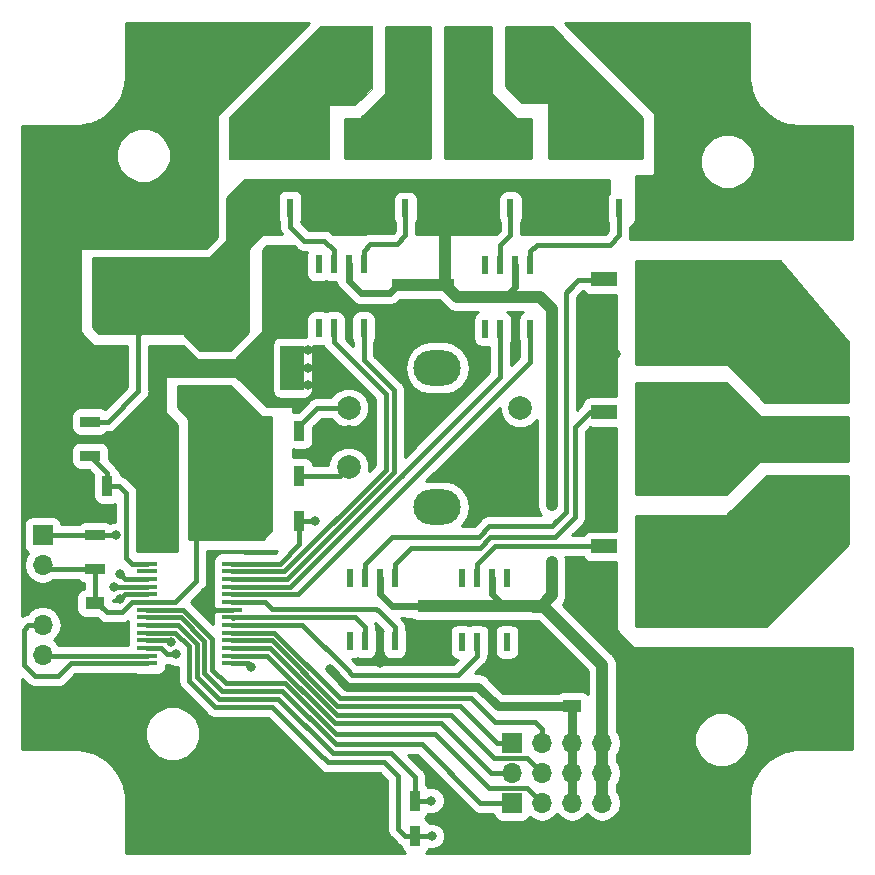
<source format=gtl>
G04 #@! TF.GenerationSoftware,KiCad,Pcbnew,(5.0.0)*
G04 #@! TF.CreationDate,2020-03-26T00:34:20-06:00*
G04 #@! TF.ProjectId,RGB_LEDController,5247425F4C4544436F6E74726F6C6C65,rev?*
G04 #@! TF.SameCoordinates,Original*
G04 #@! TF.FileFunction,Copper,L1,Top,Signal*
G04 #@! TF.FilePolarity,Positive*
%FSLAX46Y46*%
G04 Gerber Fmt 4.6, Leading zero omitted, Abs format (unit mm)*
G04 Created by KiCad (PCBNEW (5.0.0)) date 03/26/20 00:34:20*
%MOMM*%
%LPD*%
G01*
G04 APERTURE LIST*
G04 #@! TA.AperFunction,SMDPad,CuDef*
%ADD10R,3.050000X2.750000*%
G04 #@! TD*
G04 #@! TA.AperFunction,SMDPad,CuDef*
%ADD11R,6.400000X5.800000*%
G04 #@! TD*
G04 #@! TA.AperFunction,SMDPad,CuDef*
%ADD12R,2.200000X1.200000*%
G04 #@! TD*
G04 #@! TA.AperFunction,SMDPad,CuDef*
%ADD13R,1.600000X1.000000*%
G04 #@! TD*
G04 #@! TA.AperFunction,ComponentPad*
%ADD14C,1.600000*%
G04 #@! TD*
G04 #@! TA.AperFunction,ComponentPad*
%ADD15R,1.600000X1.600000*%
G04 #@! TD*
G04 #@! TA.AperFunction,SMDPad,CuDef*
%ADD16R,1.000000X1.600000*%
G04 #@! TD*
G04 #@! TA.AperFunction,ComponentPad*
%ADD17O,1.700000X1.700000*%
G04 #@! TD*
G04 #@! TA.AperFunction,ComponentPad*
%ADD18R,1.700000X1.700000*%
G04 #@! TD*
G04 #@! TA.AperFunction,SMDPad,CuDef*
%ADD19R,1.700000X0.900000*%
G04 #@! TD*
G04 #@! TA.AperFunction,SMDPad,CuDef*
%ADD20R,0.900000X1.700000*%
G04 #@! TD*
G04 #@! TA.AperFunction,ComponentPad*
%ADD21C,2.000000*%
G04 #@! TD*
G04 #@! TA.AperFunction,ComponentPad*
%ADD22O,4.000000X3.000000*%
G04 #@! TD*
G04 #@! TA.AperFunction,SMDPad,CuDef*
%ADD23R,2.000000X1.500000*%
G04 #@! TD*
G04 #@! TA.AperFunction,SMDPad,CuDef*
%ADD24R,2.000000X3.800000*%
G04 #@! TD*
G04 #@! TA.AperFunction,SMDPad,CuDef*
%ADD25R,0.600000X1.550000*%
G04 #@! TD*
G04 #@! TA.AperFunction,SMDPad,CuDef*
%ADD26R,1.750000X0.450000*%
G04 #@! TD*
G04 #@! TA.AperFunction,ComponentPad*
%ADD27C,3.000000*%
G04 #@! TD*
G04 #@! TA.AperFunction,ComponentPad*
%ADD28R,3.000000X3.000000*%
G04 #@! TD*
G04 #@! TA.AperFunction,ComponentPad*
%ADD29R,3.500000X3.500000*%
G04 #@! TD*
G04 #@! TA.AperFunction,ViaPad*
%ADD30C,0.800000*%
G04 #@! TD*
G04 #@! TA.AperFunction,ViaPad*
%ADD31C,1.000000*%
G04 #@! TD*
G04 #@! TA.AperFunction,Conductor*
%ADD32C,0.400000*%
G04 #@! TD*
G04 #@! TA.AperFunction,Conductor*
%ADD33C,1.000000*%
G04 #@! TD*
G04 #@! TA.AperFunction,Conductor*
%ADD34C,0.600000*%
G04 #@! TD*
G04 #@! TA.AperFunction,Conductor*
%ADD35C,0.250000*%
G04 #@! TD*
G04 #@! TA.AperFunction,Conductor*
%ADD36C,0.800000*%
G04 #@! TD*
G04 #@! TA.AperFunction,Conductor*
%ADD37C,0.254000*%
G04 #@! TD*
G04 #@! TA.AperFunction,Conductor*
%ADD38C,0.100000*%
G04 #@! TD*
G04 APERTURE END LIST*
D10*
G04 #@! TO.P,Q4,2*
G04 #@! TO.N,/Green*
X154625000Y-87525000D03*
X157975000Y-84475000D03*
X154625000Y-84475000D03*
X157975000Y-87525000D03*
D11*
X156300000Y-86000000D03*
D12*
G04 #@! TO.P,Q4,3*
G04 #@! TO.N,GND*
X150000000Y-88280000D03*
G04 #@! TO.P,Q4,1*
G04 #@! TO.N,/gateGreen*
X150000000Y-83720000D03*
G04 #@! TD*
D13*
G04 #@! TO.P,C1,2*
G04 #@! TO.N,GND*
X113500000Y-79000000D03*
G04 #@! TO.P,C1,1*
G04 #@! TO.N,+12V*
X113500000Y-76000000D03*
G04 #@! TD*
D14*
G04 #@! TO.P,C3,2*
G04 #@! TO.N,GND*
X113030000Y-88000000D03*
D15*
G04 #@! TO.P,C3,1*
G04 #@! TO.N,+3V3*
X116530000Y-88000000D03*
G04 #@! TD*
D16*
G04 #@! TO.P,C4,1*
G04 #@! TO.N,+3V3*
X115000000Y-82500000D03*
G04 #@! TO.P,C4,2*
G04 #@! TO.N,GND*
X112000000Y-82500000D03*
G04 #@! TD*
D13*
G04 #@! TO.P,C5,2*
G04 #@! TO.N,GND*
X147340000Y-105650000D03*
G04 #@! TO.P,C5,1*
G04 #@! TO.N,+3V3*
X147340000Y-108650000D03*
G04 #@! TD*
G04 #@! TO.P,C6,1*
G04 #@! TO.N,+3V3*
X106900000Y-99930000D03*
G04 #@! TO.P,C6,2*
G04 #@! TO.N,GND*
X106900000Y-102930000D03*
G04 #@! TD*
D16*
G04 #@! TO.P,C7,2*
G04 #@! TO.N,GND*
X112500000Y-93500000D03*
G04 #@! TO.P,C7,1*
G04 #@! TO.N,+3V3*
X115500000Y-93500000D03*
G04 #@! TD*
D13*
G04 #@! TO.P,C8,2*
G04 #@! TO.N,GND*
X136560000Y-76020000D03*
G04 #@! TO.P,C8,1*
G04 #@! TO.N,+12V*
X136560000Y-73020000D03*
G04 #@! TD*
G04 #@! TO.P,C9,1*
G04 #@! TO.N,+12V*
X144650000Y-100220000D03*
G04 #@! TO.P,C9,2*
G04 #@! TO.N,GND*
X144650000Y-103220000D03*
G04 #@! TD*
G04 #@! TO.P,C10,1*
G04 #@! TO.N,+12V*
X135010000Y-100210000D03*
G04 #@! TO.P,C10,2*
G04 #@! TO.N,GND*
X135010000Y-103210000D03*
G04 #@! TD*
D17*
G04 #@! TO.P,J2,5*
G04 #@! TO.N,/PGC*
X102490000Y-104310000D03*
G04 #@! TO.P,J2,4*
G04 #@! TO.N,/PGD*
X102490000Y-101770000D03*
G04 #@! TO.P,J2,3*
G04 #@! TO.N,GND*
X102490000Y-99230000D03*
G04 #@! TO.P,J2,2*
G04 #@! TO.N,+3V3*
X102490000Y-96690000D03*
D18*
G04 #@! TO.P,J2,1*
G04 #@! TO.N,/MCLR*
X102490000Y-94150000D03*
G04 #@! TD*
D12*
G04 #@! TO.P,Q3,1*
G04 #@! TO.N,/gateRed*
X150000000Y-72520000D03*
G04 #@! TO.P,Q3,3*
G04 #@! TO.N,GND*
X150000000Y-77080000D03*
D11*
G04 #@! TO.P,Q3,2*
G04 #@! TO.N,/Red*
X156300000Y-74800000D03*
D10*
X157975000Y-76325000D03*
X154625000Y-73275000D03*
X157975000Y-73275000D03*
X154625000Y-76325000D03*
G04 #@! TD*
D19*
G04 #@! TO.P,R1,1*
G04 #@! TO.N,+12V*
X106500000Y-84550000D03*
G04 #@! TO.P,R1,2*
G04 #@! TO.N,/sense12V*
X106500000Y-87450000D03*
G04 #@! TD*
D20*
G04 #@! TO.P,R2,1*
G04 #@! TO.N,/sense12V*
X107950000Y-90000000D03*
G04 #@! TO.P,R2,2*
G04 #@! TO.N,GND*
X105050000Y-90000000D03*
G04 #@! TD*
D19*
G04 #@! TO.P,R3,2*
G04 #@! TO.N,/MCLR*
X106920000Y-94160000D03*
G04 #@! TO.P,R3,1*
G04 #@! TO.N,+3V3*
X106920000Y-97060000D03*
G04 #@! TD*
D20*
G04 #@! TO.P,R4,2*
G04 #@! TO.N,GND*
X131150000Y-119630000D03*
G04 #@! TO.P,R4,1*
G04 #@! TO.N,/hc05KEY*
X134050000Y-119630000D03*
G04 #@! TD*
G04 #@! TO.P,R5,1*
G04 #@! TO.N,/hc05STATE*
X134020000Y-116640000D03*
G04 #@! TO.P,R5,2*
G04 #@! TO.N,GND*
X131120000Y-116640000D03*
G04 #@! TD*
G04 #@! TO.P,R6,2*
G04 #@! TO.N,/encB*
X124240000Y-89150000D03*
G04 #@! TO.P,R6,1*
G04 #@! TO.N,+3V3*
X121340000Y-89150000D03*
G04 #@! TD*
D21*
G04 #@! TO.P,SW1,B*
G04 #@! TO.N,/encB*
X128410000Y-88400000D03*
G04 #@! TO.P,SW1,C*
G04 #@! TO.N,GND*
X128410000Y-85900000D03*
G04 #@! TO.P,SW1,A*
G04 #@! TO.N,/encA*
X128410000Y-83400000D03*
D22*
G04 #@! TO.P,SW1,GND*
G04 #@! TO.N,N/C*
X135910000Y-91800000D03*
X135910000Y-80000000D03*
D21*
G04 #@! TO.P,SW1,2*
G04 #@! TO.N,GND*
X142910000Y-88400000D03*
G04 #@! TO.P,SW1,1*
G04 #@! TO.N,/encSW1*
X142910000Y-83400000D03*
G04 #@! TD*
D23*
G04 #@! TO.P,U2,1*
G04 #@! TO.N,+12V*
X117350000Y-77700000D03*
G04 #@! TO.P,U2,3*
G04 #@! TO.N,+3V3*
X117350000Y-82300000D03*
G04 #@! TO.P,U2,2*
G04 #@! TO.N,GND*
X117350000Y-80000000D03*
D24*
G04 #@! TO.P,U2,4*
G04 #@! TO.N,N/C*
X123650000Y-80000000D03*
G04 #@! TD*
D25*
G04 #@! TO.P,U4,8*
G04 #@! TO.N,N/C*
X128495000Y-97760000D03*
G04 #@! TO.P,U4,7*
G04 #@! TO.N,/gateRed*
X129765000Y-97760000D03*
G04 #@! TO.P,U4,6*
G04 #@! TO.N,+12V*
X131035000Y-97760000D03*
G04 #@! TO.P,U4,5*
G04 #@! TO.N,/gateGreen*
X132305000Y-97760000D03*
G04 #@! TO.P,U4,4*
G04 #@! TO.N,/pwmGreen*
X132305000Y-103160000D03*
G04 #@! TO.P,U4,3*
G04 #@! TO.N,GND*
X131035000Y-103160000D03*
G04 #@! TO.P,U4,2*
G04 #@! TO.N,/pwmRed*
X129765000Y-103160000D03*
G04 #@! TO.P,U4,1*
G04 #@! TO.N,N/C*
X128495000Y-103160000D03*
G04 #@! TD*
G04 #@! TO.P,U5,1*
G04 #@! TO.N,N/C*
X137995000Y-103200000D03*
G04 #@! TO.P,U5,2*
G04 #@! TO.N,/pwmBlue*
X139265000Y-103200000D03*
G04 #@! TO.P,U5,3*
G04 #@! TO.N,GND*
X140535000Y-103200000D03*
G04 #@! TO.P,U5,4*
G04 #@! TO.N,N/C*
X141805000Y-103200000D03*
G04 #@! TO.P,U5,5*
X141805000Y-97800000D03*
G04 #@! TO.P,U5,6*
G04 #@! TO.N,+12V*
X140535000Y-97800000D03*
G04 #@! TO.P,U5,7*
G04 #@! TO.N,/gateBlue*
X139265000Y-97800000D03*
G04 #@! TO.P,U5,8*
G04 #@! TO.N,N/C*
X137995000Y-97800000D03*
G04 #@! TD*
G04 #@! TO.P,U6,1*
G04 #@! TO.N,N/C*
X125855000Y-76650000D03*
G04 #@! TO.P,U6,2*
G04 #@! TO.N,/ctrl1*
X127125000Y-76650000D03*
G04 #@! TO.P,U6,3*
G04 #@! TO.N,GND*
X128395000Y-76650000D03*
G04 #@! TO.P,U6,4*
G04 #@! TO.N,/ctrl2*
X129665000Y-76650000D03*
G04 #@! TO.P,U6,5*
G04 #@! TO.N,/gateCtrl2*
X129665000Y-71250000D03*
G04 #@! TO.P,U6,6*
G04 #@! TO.N,+12V*
X128395000Y-71250000D03*
G04 #@! TO.P,U6,7*
G04 #@! TO.N,/gateCtrl1*
X127125000Y-71250000D03*
G04 #@! TO.P,U6,8*
G04 #@! TO.N,N/C*
X125855000Y-71250000D03*
G04 #@! TD*
D14*
G04 #@! TO.P,C2,2*
G04 #@! TO.N,GND*
X115500000Y-69000000D03*
D15*
G04 #@! TO.P,C2,1*
G04 #@! TO.N,+12V*
X115500000Y-72500000D03*
G04 #@! TD*
D12*
G04 #@! TO.P,Q7,1*
G04 #@! TO.N,/gateBlue*
X150000000Y-95120000D03*
G04 #@! TO.P,Q7,3*
G04 #@! TO.N,GND*
X150000000Y-99680000D03*
D11*
G04 #@! TO.P,Q7,2*
G04 #@! TO.N,/Blue*
X156300000Y-97400000D03*
D10*
X157975000Y-98925000D03*
X154625000Y-95875000D03*
X157975000Y-95875000D03*
X154625000Y-98925000D03*
G04 #@! TD*
D20*
G04 #@! TO.P,R7,2*
G04 #@! TO.N,/encA*
X124210000Y-85330000D03*
G04 #@! TO.P,R7,1*
G04 #@! TO.N,+3V3*
X121310000Y-85330000D03*
G04 #@! TD*
G04 #@! TO.P,R8,1*
G04 #@! TO.N,+3V3*
X121340000Y-93000000D03*
G04 #@! TO.P,R8,2*
G04 #@! TO.N,/encSW1*
X124240000Y-93000000D03*
G04 #@! TD*
D26*
G04 #@! TO.P,U3,1*
G04 #@! TO.N,/MCLR*
X118550000Y-105025000D03*
G04 #@! TO.P,U3,2*
G04 #@! TO.N,/extern3*
X118550000Y-104375000D03*
G04 #@! TO.P,U3,3*
G04 #@! TO.N,/extern4*
X118550000Y-103725000D03*
G04 #@! TO.P,U3,4*
G04 #@! TO.N,/extern1*
X118550000Y-103075000D03*
G04 #@! TO.P,U3,5*
G04 #@! TO.N,/extern2*
X118550000Y-102425000D03*
G04 #@! TO.P,U3,6*
G04 #@! TO.N,/pwmBlue*
X118550000Y-101775000D03*
G04 #@! TO.P,U3,7*
G04 #@! TO.N,/pwmRed*
X118550000Y-101125000D03*
G04 #@! TO.P,U3,8*
G04 #@! TO.N,GND*
X118550000Y-100475000D03*
G04 #@! TO.P,U3,9*
G04 #@! TO.N,/pwmGreen*
X118550000Y-99825000D03*
G04 #@! TO.P,U3,10*
G04 #@! TO.N,/ctrl4*
X118550000Y-99175000D03*
G04 #@! TO.P,U3,11*
G04 #@! TO.N,/ctrl3*
X118550000Y-98525000D03*
G04 #@! TO.P,U3,12*
G04 #@! TO.N,/ctrl2*
X118550000Y-97875000D03*
G04 #@! TO.P,U3,13*
G04 #@! TO.N,/ctrl1*
X118550000Y-97225000D03*
G04 #@! TO.P,U3,14*
G04 #@! TO.N,/encSW1*
X118550000Y-96575000D03*
G04 #@! TO.P,U3,15*
G04 #@! TO.N,/sense12V*
X111350000Y-96575000D03*
G04 #@! TO.P,U3,16*
G04 #@! TO.N,N/C*
X111350000Y-97225000D03*
G04 #@! TO.P,U3,17*
G04 #@! TO.N,/hc05RX*
X111350000Y-97875000D03*
G04 #@! TO.P,U3,18*
G04 #@! TO.N,/hc05TX*
X111350000Y-98525000D03*
G04 #@! TO.P,U3,19*
G04 #@! TO.N,GND*
X111350000Y-99175000D03*
G04 #@! TO.P,U3,20*
G04 #@! TO.N,+3V3*
X111350000Y-99825000D03*
G04 #@! TO.P,U3,21*
G04 #@! TO.N,/extern6*
X111350000Y-100475000D03*
G04 #@! TO.P,U3,22*
G04 #@! TO.N,/extern5*
X111350000Y-101125000D03*
G04 #@! TO.P,U3,23*
G04 #@! TO.N,/hc05STATE*
X111350000Y-101775000D03*
G04 #@! TO.P,U3,24*
G04 #@! TO.N,/hc05KEY*
X111350000Y-102425000D03*
G04 #@! TO.P,U3,25*
G04 #@! TO.N,/encA*
X111350000Y-103075000D03*
G04 #@! TO.P,U3,26*
G04 #@! TO.N,/encB*
X111350000Y-103725000D03*
G04 #@! TO.P,U3,27*
G04 #@! TO.N,/PGC*
X111350000Y-104375000D03*
G04 #@! TO.P,U3,28*
G04 #@! TO.N,/PGD*
X111350000Y-105025000D03*
G04 #@! TD*
D25*
G04 #@! TO.P,U7,1*
G04 #@! TO.N,N/C*
X139965000Y-76710000D03*
G04 #@! TO.P,U7,2*
G04 #@! TO.N,/ctrl3*
X141235000Y-76710000D03*
G04 #@! TO.P,U7,3*
G04 #@! TO.N,GND*
X142505000Y-76710000D03*
G04 #@! TO.P,U7,4*
G04 #@! TO.N,/ctrl4*
X143775000Y-76710000D03*
G04 #@! TO.P,U7,5*
G04 #@! TO.N,/gateCtrl4*
X143775000Y-71310000D03*
G04 #@! TO.P,U7,6*
G04 #@! TO.N,+12V*
X142505000Y-71310000D03*
G04 #@! TO.P,U7,7*
G04 #@! TO.N,/gateCtrl3*
X141235000Y-71310000D03*
G04 #@! TO.P,U7,8*
G04 #@! TO.N,N/C*
X139965000Y-71310000D03*
G04 #@! TD*
D13*
G04 #@! TO.P,C11,2*
G04 #@! TO.N,GND*
X132810000Y-76020000D03*
G04 #@! TO.P,C11,1*
G04 #@! TO.N,+12V*
X132810000Y-73020000D03*
G04 #@! TD*
D17*
G04 #@! TO.P,J3,10*
G04 #@! TO.N,GND*
X152400000Y-114300000D03*
G04 #@! TO.P,J3,9*
X152400000Y-116840000D03*
G04 #@! TO.P,J3,8*
G04 #@! TO.N,+12V*
X149860000Y-114300000D03*
G04 #@! TO.P,J3,7*
X149860000Y-116840000D03*
G04 #@! TO.P,J3,6*
G04 #@! TO.N,+3V3*
X147320000Y-114300000D03*
G04 #@! TO.P,J3,5*
X147320000Y-116840000D03*
G04 #@! TO.P,J3,4*
G04 #@! TO.N,/extern4*
X144780000Y-114300000D03*
G04 #@! TO.P,J3,3*
G04 #@! TO.N,/extern6*
X144780000Y-116840000D03*
G04 #@! TO.P,J3,2*
G04 #@! TO.N,/extern3*
X142240000Y-114300000D03*
D18*
G04 #@! TO.P,J3,1*
G04 #@! TO.N,/extern5*
X142240000Y-116840000D03*
G04 #@! TD*
D17*
G04 #@! TO.P,J4,5*
G04 #@! TO.N,GND*
X152400000Y-111760000D03*
G04 #@! TO.P,J4,4*
G04 #@! TO.N,+12V*
X149860000Y-111760000D03*
G04 #@! TO.P,J4,3*
G04 #@! TO.N,+3V3*
X147320000Y-111760000D03*
G04 #@! TO.P,J4,2*
G04 #@! TO.N,/extern2*
X144780000Y-111760000D03*
D18*
G04 #@! TO.P,J4,1*
G04 #@! TO.N,/extern1*
X142240000Y-111760000D03*
G04 #@! TD*
D27*
G04 #@! TO.P,J5,3*
G04 #@! TO.N,/Blue*
X167180000Y-91110000D03*
G04 #@! TO.P,J5,2*
G04 #@! TO.N,/Green*
X167180000Y-86030000D03*
D28*
G04 #@! TO.P,J5,1*
G04 #@! TO.N,/Red*
X167180000Y-80950000D03*
G04 #@! TD*
D27*
G04 #@! TO.P,J6,4*
G04 #@! TO.N,/tiraLED4*
X143540000Y-54670000D03*
D28*
G04 #@! TO.P,J6,1*
G04 #@! TO.N,/tiraLED1*
X128300000Y-54670000D03*
D27*
G04 #@! TO.P,J6,3*
G04 #@! TO.N,/tiraLED3*
X138460000Y-54670000D03*
G04 #@! TO.P,J6,2*
G04 #@! TO.N,/tiraLED2*
X133380000Y-54670000D03*
G04 #@! TD*
D25*
G04 #@! TO.P,Q1,1*
G04 #@! TO.N,+12V*
X119635000Y-66440000D03*
G04 #@! TO.P,Q1,2*
X120905000Y-66440000D03*
G04 #@! TO.P,Q1,3*
X122175000Y-66440000D03*
G04 #@! TO.P,Q1,4*
G04 #@! TO.N,/gateCtrl1*
X123445000Y-66440000D03*
G04 #@! TO.P,Q1,5*
G04 #@! TO.N,/tiraLED1*
X123445000Y-61040000D03*
G04 #@! TO.P,Q1,6*
X122175000Y-61040000D03*
G04 #@! TO.P,Q1,7*
X120905000Y-61040000D03*
G04 #@! TO.P,Q1,8*
X119635000Y-61040000D03*
G04 #@! TD*
G04 #@! TO.P,Q2,8*
G04 #@! TO.N,/tiraLED2*
X129405000Y-61110000D03*
G04 #@! TO.P,Q2,7*
X130675000Y-61110000D03*
G04 #@! TO.P,Q2,6*
X131945000Y-61110000D03*
G04 #@! TO.P,Q2,5*
X133215000Y-61110000D03*
G04 #@! TO.P,Q2,4*
G04 #@! TO.N,/gateCtrl2*
X133215000Y-66510000D03*
G04 #@! TO.P,Q2,3*
G04 #@! TO.N,+12V*
X131945000Y-66510000D03*
G04 #@! TO.P,Q2,2*
X130675000Y-66510000D03*
G04 #@! TO.P,Q2,1*
X129405000Y-66510000D03*
G04 #@! TD*
G04 #@! TO.P,Q5,1*
G04 #@! TO.N,+12V*
X138295000Y-66500000D03*
G04 #@! TO.P,Q5,2*
X139565000Y-66500000D03*
G04 #@! TO.P,Q5,3*
X140835000Y-66500000D03*
G04 #@! TO.P,Q5,4*
G04 #@! TO.N,/gateCtrl3*
X142105000Y-66500000D03*
G04 #@! TO.P,Q5,5*
G04 #@! TO.N,/tiraLED3*
X142105000Y-61100000D03*
G04 #@! TO.P,Q5,6*
X140835000Y-61100000D03*
G04 #@! TO.P,Q5,7*
X139565000Y-61100000D03*
G04 #@! TO.P,Q5,8*
X138295000Y-61100000D03*
G04 #@! TD*
G04 #@! TO.P,Q6,8*
G04 #@! TO.N,/tiraLED4*
X147495000Y-61100000D03*
G04 #@! TO.P,Q6,7*
X148765000Y-61100000D03*
G04 #@! TO.P,Q6,6*
X150035000Y-61100000D03*
G04 #@! TO.P,Q6,5*
X151305000Y-61100000D03*
G04 #@! TO.P,Q6,4*
G04 #@! TO.N,/gateCtrl4*
X151305000Y-66500000D03*
G04 #@! TO.P,Q6,3*
G04 #@! TO.N,+12V*
X150035000Y-66500000D03*
G04 #@! TO.P,Q6,2*
X148765000Y-66500000D03*
G04 #@! TO.P,Q6,1*
X147495000Y-66500000D03*
G04 #@! TD*
D29*
G04 #@! TO.P,J7,3*
G04 #@! TO.N,GND*
X106600000Y-80000000D03*
G04 #@! TO.P,J7,2*
X102600000Y-75300000D03*
G04 #@! TO.P,J7,1*
G04 #@! TO.N,+12V*
X109600000Y-75300000D03*
G04 #@! TD*
D30*
G04 #@! TO.N,GND*
X108880000Y-102510000D03*
X109050000Y-99570000D03*
X116530000Y-100470000D03*
X131030000Y-105000000D03*
X148800000Y-78800000D03*
X150000000Y-78800000D03*
X151000000Y-78800000D03*
X148800000Y-90000000D03*
X149800000Y-90000000D03*
X150800000Y-90000000D03*
X148800000Y-101400000D03*
X149800000Y-101400000D03*
X150800000Y-101400000D03*
X125000000Y-80000000D03*
X125000000Y-78500000D03*
X125000000Y-81500000D03*
X107400000Y-109400000D03*
X142500000Y-78790000D03*
X170600000Y-60100000D03*
X127400000Y-118200000D03*
X161800000Y-51200000D03*
D31*
G04 #@! TO.N,+12V*
X145590000Y-91580000D03*
X145590000Y-96470000D03*
D30*
G04 #@! TO.N,/Blue*
X160000000Y-99000000D03*
X160000000Y-95000000D03*
X168000000Y-95000000D03*
X162000000Y-101000000D03*
X162000000Y-97000000D03*
X164000000Y-99000000D03*
X166000000Y-97000000D03*
X164000000Y-95000000D03*
X164000000Y-91000000D03*
X170000000Y-91000000D03*
G04 #@! TO.N,/Green*
X170000000Y-86000000D03*
X160000000Y-86000000D03*
X164000000Y-86000000D03*
X160000000Y-90000000D03*
X160000000Y-82000000D03*
G04 #@! TO.N,/Red*
X166000000Y-76000000D03*
X164000000Y-74000000D03*
X162000000Y-72000000D03*
X160000000Y-74000000D03*
X162000000Y-76000000D03*
X160000000Y-78000000D03*
X164000000Y-78000000D03*
X170000000Y-80000000D03*
X164000000Y-82000000D03*
X168000000Y-78000000D03*
G04 #@! TO.N,/MCLR*
X108680000Y-94150000D03*
X120140000Y-105320000D03*
G04 #@! TO.N,/encB*
X113820000Y-104230000D03*
G04 #@! TO.N,/encA*
X113380000Y-103260000D03*
G04 #@! TO.N,/encSW1*
X125590000Y-93000000D03*
D31*
G04 #@! TO.N,+3V3*
X119660000Y-93320000D03*
D30*
X126810000Y-105540000D03*
G04 #@! TO.N,/hc05KEY*
X135440000Y-119640000D03*
G04 #@! TO.N,/hc05STATE*
X135410000Y-116640000D03*
G04 #@! TO.N,/hc05TX*
X108510000Y-98530000D03*
G04 #@! TO.N,/hc05RX*
X109060000Y-97440000D03*
G04 #@! TD*
D32*
G04 #@! TO.N,GND*
X109445000Y-99175000D02*
X109050000Y-99570000D01*
X111350000Y-99175000D02*
X109445000Y-99175000D01*
X116535000Y-100475000D02*
X116530000Y-100470000D01*
X118550000Y-100475000D02*
X116535000Y-100475000D01*
X131035000Y-104695000D02*
X131030000Y-104700000D01*
X131035000Y-103160000D02*
X131035000Y-104695000D01*
D33*
G04 #@! TO.N,+12V*
X149860000Y-111760000D02*
X149860000Y-114300000D01*
X149860000Y-114300000D02*
X149860000Y-116840000D01*
D34*
X131035000Y-99135000D02*
X132100000Y-100200000D01*
X131035000Y-97760000D02*
X131035000Y-99135000D01*
D33*
X137020000Y-67500000D02*
X138295000Y-67500000D01*
X136560000Y-67960000D02*
X137020000Y-67500000D01*
X136560000Y-73020000D02*
X136560000Y-67960000D01*
X136560000Y-73020000D02*
X137580000Y-74040000D01*
X136560000Y-73020000D02*
X132810000Y-73020000D01*
D34*
X128395000Y-72625000D02*
X129410000Y-73640000D01*
X128395000Y-71250000D02*
X128395000Y-72625000D01*
X132810000Y-73020000D02*
X132510000Y-73020000D01*
X131890000Y-73640000D02*
X129410000Y-73640000D01*
X132510000Y-73020000D02*
X131890000Y-73640000D01*
X142505000Y-73185000D02*
X141650000Y-74040000D01*
X142505000Y-71310000D02*
X142505000Y-73185000D01*
D33*
X137580000Y-74040000D02*
X141650000Y-74040000D01*
D34*
X133250000Y-100210000D02*
X133240000Y-100200000D01*
X135010000Y-100210000D02*
X133250000Y-100210000D01*
X132100000Y-100200000D02*
X133240000Y-100200000D01*
X133240000Y-100200000D02*
X133700000Y-100200000D01*
D33*
X144950000Y-100220000D02*
X144650000Y-100220000D01*
X149860000Y-111760000D02*
X149860000Y-105130000D01*
X149860000Y-105130000D02*
X144950000Y-100220000D01*
X144640000Y-100210000D02*
X144650000Y-100220000D01*
D34*
X141520000Y-100160000D02*
X141520000Y-100210000D01*
X140535000Y-99175000D02*
X141520000Y-100160000D01*
X140535000Y-97800000D02*
X140535000Y-99175000D01*
D33*
X135010000Y-100210000D02*
X141520000Y-100210000D01*
X141520000Y-100210000D02*
X144640000Y-100210000D01*
X141650000Y-74040000D02*
X144640000Y-74040000D01*
X144640000Y-74040000D02*
X145600000Y-75000000D01*
X145600000Y-75000000D02*
X145600000Y-84000000D01*
X145590000Y-84010000D02*
X145590000Y-91580000D01*
X145600000Y-84000000D02*
X145590000Y-84010000D01*
X145590000Y-99280000D02*
X144650000Y-100220000D01*
X145590000Y-96470000D02*
X145590000Y-99280000D01*
D32*
X111800000Y-76000000D02*
X113500000Y-76000000D01*
X110600000Y-77200000D02*
X111800000Y-76000000D01*
X110600000Y-82000000D02*
X110600000Y-77200000D01*
X106500000Y-84550000D02*
X108050000Y-84550000D01*
X108050000Y-84550000D02*
X110600000Y-82000000D01*
G04 #@! TO.N,/PGC*
X102555000Y-104375000D02*
X102490000Y-104310000D01*
X111350000Y-104375000D02*
X102555000Y-104375000D01*
G04 #@! TO.N,/PGD*
X111350000Y-105025000D02*
X104889990Y-105025000D01*
X104889990Y-105025000D02*
X103834990Y-106080000D01*
X101287919Y-101770000D02*
X100890000Y-102167919D01*
X102490000Y-101770000D02*
X101287919Y-101770000D01*
X100890000Y-105130000D02*
X101840000Y-106080000D01*
X100890000Y-102167919D02*
X100890000Y-105130000D01*
X103834990Y-106080000D02*
X101840000Y-106080000D01*
G04 #@! TO.N,/gateCtrl1*
X123445000Y-68040000D02*
X124655000Y-69250000D01*
X123445000Y-67440000D02*
X123445000Y-68040000D01*
X124655000Y-69250000D02*
X126360000Y-69250000D01*
X127125000Y-70015000D02*
X127125000Y-71250000D01*
X126360000Y-69250000D02*
X127125000Y-70015000D01*
X123445000Y-67440000D02*
X123445000Y-66440000D01*
G04 #@! TO.N,/gateRed*
X149350000Y-72550000D02*
X147850000Y-72550000D01*
X147850000Y-72550000D02*
X146910000Y-73490000D01*
X132040000Y-94310000D02*
X133470000Y-94310000D01*
X129765000Y-96585000D02*
X132040000Y-94310000D01*
X129765000Y-97760000D02*
X129765000Y-96585000D01*
X133470000Y-94310000D02*
X132150000Y-94310000D01*
X133470000Y-94310000D02*
X139400000Y-94310000D01*
X145600000Y-93400000D02*
X140310000Y-93400000D01*
X139400000Y-94310000D02*
X140310000Y-93400000D01*
X145750000Y-93250000D02*
X145600000Y-93400000D01*
X146000000Y-93000000D02*
X145750000Y-93250000D01*
X146770000Y-92230000D02*
X146620000Y-92380000D01*
X146770000Y-73630000D02*
X146770000Y-92230000D01*
X147850000Y-72550000D02*
X146770000Y-73630000D01*
X145750000Y-93250000D02*
X146620000Y-92380000D01*
G04 #@! TO.N,/gateGreen*
X148820000Y-83760000D02*
X149320000Y-83760000D01*
X147550000Y-85030000D02*
X148820000Y-83760000D01*
X133660000Y-95230000D02*
X139490000Y-95230000D01*
X139490000Y-95230000D02*
X140400000Y-94320000D01*
X132305000Y-97760000D02*
X132305000Y-96585000D01*
X140400000Y-94320000D02*
X145880000Y-94320000D01*
X147550000Y-92650000D02*
X147550000Y-85030000D01*
X132305000Y-96585000D02*
X133660000Y-95230000D01*
X145880000Y-94320000D02*
X147550000Y-92650000D01*
G04 #@! TO.N,/gateBlue*
X149200000Y-95120000D02*
X143290000Y-95120000D01*
X140770000Y-95120000D02*
X143290000Y-95120000D01*
X139265000Y-96625000D02*
X140770000Y-95120000D01*
X139265000Y-97800000D02*
X139265000Y-96625000D01*
G04 #@! TO.N,/gateCtrl2*
X129665000Y-70075000D02*
X130250000Y-69490000D01*
X129665000Y-71250000D02*
X129665000Y-70075000D01*
X132510000Y-69490000D02*
X132240000Y-69490000D01*
X133215000Y-68785000D02*
X132510000Y-69490000D01*
X133215000Y-67510000D02*
X133215000Y-68785000D01*
X130250000Y-69490000D02*
X132240000Y-69490000D01*
X132240000Y-69490000D02*
X132440000Y-69490000D01*
X133215000Y-67510000D02*
X133215000Y-66510000D01*
D35*
G04 #@! TO.N,/MCLR*
X106460000Y-94150000D02*
X106470000Y-94140000D01*
D32*
X106910000Y-94150000D02*
X106920000Y-94160000D01*
X102490000Y-94150000D02*
X106910000Y-94150000D01*
X108670000Y-94160000D02*
X108680000Y-94150000D01*
X106920000Y-94160000D02*
X108670000Y-94160000D01*
X119845000Y-105025000D02*
X120140000Y-105320000D01*
X118550000Y-105025000D02*
X119845000Y-105025000D01*
G04 #@! TO.N,/sense12V*
X109580000Y-90600000D02*
X109230000Y-90250000D01*
X109580000Y-96080000D02*
X109580000Y-90600000D01*
X110075000Y-96575000D02*
X109580000Y-96080000D01*
X111350000Y-96575000D02*
X110075000Y-96575000D01*
X109480001Y-90500001D02*
X109230000Y-90250000D01*
X108980000Y-90000000D02*
X109480001Y-90500001D01*
X107950000Y-90000000D02*
X108980000Y-90000000D01*
X107950000Y-88900000D02*
X106500000Y-87450000D01*
X107950000Y-90000000D02*
X107950000Y-88900000D01*
G04 #@! TO.N,/encB*
X112520002Y-103725000D02*
X111350000Y-103725000D01*
X113025002Y-104230000D02*
X113820000Y-104230000D01*
X112520002Y-103725000D02*
X113025002Y-104230000D01*
X127660000Y-89150000D02*
X128410000Y-88400000D01*
X124240000Y-89150000D02*
X127660000Y-89150000D01*
G04 #@! TO.N,/encA*
X126995787Y-83400000D02*
X128410000Y-83400000D01*
X125740000Y-83400000D02*
X126995787Y-83400000D01*
X124210000Y-84930000D02*
X125740000Y-83400000D01*
X124210000Y-85330000D02*
X124210000Y-84930000D01*
X113195000Y-103075000D02*
X113380000Y-103260000D01*
X111350000Y-103075000D02*
X113195000Y-103075000D01*
G04 #@! TO.N,/encSW1*
X124240000Y-93000000D02*
X125590000Y-93000000D01*
X118550000Y-96575000D02*
X122585000Y-96575000D01*
X124240000Y-94920000D02*
X124240000Y-93000000D01*
X122585000Y-96575000D02*
X124240000Y-94920000D01*
G04 #@! TO.N,/ctrl1*
X127125000Y-77825000D02*
X127125000Y-76650000D01*
X118550000Y-97225000D02*
X119335000Y-97225000D01*
X119335000Y-97225000D02*
X119359999Y-97200001D01*
X119359999Y-97200001D02*
X122949999Y-97200001D01*
X122949999Y-97200001D02*
X131530000Y-88620000D01*
X131530000Y-88620000D02*
X131530000Y-82230000D01*
X131530000Y-82230000D02*
X127125000Y-77825000D01*
G04 #@! TO.N,/ctrl2*
X129665000Y-79345000D02*
X129665000Y-76650000D01*
X123195000Y-97875000D02*
X130060000Y-91010000D01*
X118550000Y-97875000D02*
X123195000Y-97875000D01*
X130060000Y-91010000D02*
X130080000Y-91010000D01*
X130080000Y-91010000D02*
X132230000Y-88860000D01*
X132230000Y-88860000D02*
X132230000Y-81910000D01*
X132230000Y-81910000D02*
X129665000Y-79345000D01*
G04 #@! TO.N,/pwmRed*
X118550000Y-101125000D02*
X118574999Y-101149999D01*
X129765000Y-101985000D02*
X129765000Y-103160000D01*
X128905000Y-101125000D02*
X129765000Y-101985000D01*
X118550000Y-101125000D02*
X128905000Y-101125000D01*
G04 #@! TO.N,/pwmGreen*
X121900000Y-100440000D02*
X130760000Y-100440000D01*
X118550000Y-99825000D02*
X121285000Y-99825000D01*
X121285000Y-99825000D02*
X121900000Y-100440000D01*
X130760000Y-100440000D02*
X130940000Y-100620000D01*
X130940000Y-100620000D02*
X132305000Y-101985000D01*
X132305000Y-101985000D02*
X132305000Y-103160000D01*
G04 #@! TO.N,/pwmBlue*
X139265000Y-103200000D02*
X139265000Y-103725002D01*
X121950000Y-101775000D02*
X122335000Y-101775000D01*
X118550000Y-101775000D02*
X121950000Y-101775000D01*
X139265000Y-104375000D02*
X139265000Y-103200000D01*
X121950000Y-101775000D02*
X124495000Y-101775000D01*
X128720000Y-106000000D02*
X137640000Y-106000000D01*
X128320000Y-105600000D02*
X128720000Y-106000000D01*
X124495000Y-101775000D02*
X128320000Y-105600000D01*
X137640000Y-106000000D02*
X137800000Y-105840000D01*
X137800000Y-105840000D02*
X139265000Y-104375000D01*
G04 #@! TO.N,/gateCtrl3*
X141235000Y-70135000D02*
X141235000Y-71310000D01*
X141235000Y-69645000D02*
X141235000Y-70135000D01*
X142105000Y-66500000D02*
X142105000Y-68775000D01*
X142105000Y-68775000D02*
X141235000Y-69645000D01*
G04 #@! TO.N,/gateCtrl4*
X151305000Y-68785000D02*
X151305000Y-67500000D01*
X150520000Y-69570000D02*
X151305000Y-68785000D01*
X144340000Y-69570000D02*
X150520000Y-69570000D01*
X143775000Y-71310000D02*
X143775000Y-70135000D01*
X143775000Y-70135000D02*
X144340000Y-69570000D01*
X151305000Y-67500000D02*
X151305000Y-66500000D01*
G04 #@! TO.N,/ctrl3*
X132870000Y-89130000D02*
X132880000Y-89130000D01*
X118550000Y-98525000D02*
X123475000Y-98525000D01*
X123475000Y-98525000D02*
X132870000Y-89130000D01*
X141235000Y-80765000D02*
X141235000Y-79590000D01*
X132870000Y-89130000D02*
X141235000Y-80765000D01*
X141235000Y-76710000D02*
X141235000Y-79590000D01*
X141235000Y-79590000D02*
X141235000Y-80095000D01*
G04 #@! TO.N,/ctrl4*
X143775000Y-79485000D02*
X143775000Y-76710000D01*
X124085000Y-99175000D02*
X143775000Y-79485000D01*
X118550000Y-99175000D02*
X124085000Y-99175000D01*
D35*
G04 #@! TO.N,+3V3*
X102840000Y-97040000D02*
X102490000Y-96690000D01*
D32*
X110075000Y-99825000D02*
X111350000Y-99825000D01*
X106920000Y-99960000D02*
X106920000Y-97060000D01*
X102860000Y-97060000D02*
X102490000Y-96690000D01*
X106920000Y-97060000D02*
X102860000Y-97060000D01*
X106920000Y-99960000D02*
X107200000Y-99960000D01*
X107200000Y-99960000D02*
X107950000Y-100710000D01*
X109190000Y-100710000D02*
X109610000Y-100290000D01*
X107950000Y-100710000D02*
X109190000Y-100710000D01*
X109220000Y-100680000D02*
X109610000Y-100290000D01*
X109610000Y-100290000D02*
X110075000Y-99825000D01*
D36*
X121310000Y-89120000D02*
X121340000Y-89150000D01*
D32*
X115700000Y-93270000D02*
X115700000Y-93320000D01*
D36*
X147320000Y-111760000D02*
X147320000Y-114300000D01*
X147320000Y-114300000D02*
X147320000Y-116840000D01*
X147320000Y-108670000D02*
X147340000Y-108650000D01*
X147320000Y-111760000D02*
X147320000Y-108670000D01*
X141020000Y-108650000D02*
X147340000Y-108650000D01*
X139370000Y-107000000D02*
X141020000Y-108650000D01*
X126810000Y-105540000D02*
X128270000Y-107000000D01*
X128270000Y-107000000D02*
X139370000Y-107000000D01*
D32*
X115500000Y-98040000D02*
X115500000Y-93500000D01*
X111350000Y-99825000D02*
X113715000Y-99825000D01*
X113715000Y-99825000D02*
X115500000Y-98040000D01*
G04 #@! TO.N,/hc05KEY*
X117100000Y-108700000D02*
X121920000Y-108700000D01*
X111350000Y-102425000D02*
X113729002Y-102425000D01*
X113729002Y-102425000D02*
X114880000Y-103575998D01*
X114880000Y-103575998D02*
X114880000Y-106480000D01*
X114880000Y-106480000D02*
X117100000Y-108700000D01*
X135430000Y-119630000D02*
X135440000Y-119640000D01*
X134050000Y-119630000D02*
X135430000Y-119630000D01*
X133200000Y-119630000D02*
X132610000Y-119040000D01*
X134050000Y-119630000D02*
X133200000Y-119630000D01*
X132610000Y-119040000D02*
X132610000Y-114580000D01*
X126620000Y-113400000D02*
X131430000Y-113400000D01*
X125820000Y-112600000D02*
X126620000Y-113400000D01*
X132610000Y-114580000D02*
X131430000Y-113400000D01*
X125820000Y-112600000D02*
X126100000Y-112880000D01*
X121920000Y-108700000D02*
X125820000Y-112600000D01*
G04 #@! TO.N,/hc05STATE*
X134020000Y-116640000D02*
X135410000Y-116640000D01*
X132000000Y-112650000D02*
X134020000Y-114670000D01*
X134020000Y-114670000D02*
X134020000Y-116640000D01*
X127050000Y-112650000D02*
X132000000Y-112650000D01*
X111350000Y-101775000D02*
X113927544Y-101775000D01*
X113927544Y-101775000D02*
X115550000Y-103397456D01*
X115550000Y-103397456D02*
X115550000Y-106160000D01*
X115550000Y-106160000D02*
X117410000Y-108020000D01*
X117410000Y-108020000D02*
X122420000Y-108020000D01*
X122420000Y-108020000D02*
X127050000Y-112650000D01*
G04 #@! TO.N,/hc05TX*
X108515000Y-98525000D02*
X108510000Y-98530000D01*
X111350000Y-98525000D02*
X108515000Y-98525000D01*
G04 #@! TO.N,/hc05RX*
X109495000Y-97875000D02*
X109060000Y-97440000D01*
X111350000Y-97875000D02*
X109495000Y-97875000D01*
G04 #@! TO.N,/extern4*
X122250029Y-104254403D02*
X122250030Y-104254404D01*
X121720626Y-103725000D02*
X122250029Y-104254403D01*
X118550000Y-103725000D02*
X121720626Y-103725000D01*
X143529999Y-113049999D02*
X144780000Y-114300000D01*
X140750001Y-113049999D02*
X143529999Y-113049999D01*
X137100002Y-109400000D02*
X140750001Y-113049999D01*
X127395626Y-109400000D02*
X137100002Y-109400000D01*
X122250029Y-104254403D02*
X127395626Y-109400000D01*
G04 #@! TO.N,/extern6*
X135709999Y-111000000D02*
X140260000Y-115550001D01*
X143490001Y-115550001D02*
X144780000Y-116840000D01*
X127298542Y-111000000D02*
X135709999Y-111000000D01*
X114383542Y-100475000D02*
X116850000Y-102941458D01*
X111350000Y-100475000D02*
X114383542Y-100475000D01*
X116850000Y-102941458D02*
X116850000Y-105550000D01*
X116850000Y-105550000D02*
X118000000Y-106700000D01*
X140260000Y-115550001D02*
X143490001Y-115550001D01*
X118000000Y-106700000D02*
X122998542Y-106700000D01*
X122998542Y-106700000D02*
X127298542Y-111000000D01*
G04 #@! TO.N,/extern3*
X140420000Y-114300000D02*
X142240000Y-114300000D01*
X136200000Y-110080000D02*
X140420000Y-114300000D01*
X127227084Y-110080000D02*
X136200000Y-110080000D01*
X121522084Y-104375000D02*
X127227084Y-110080000D01*
X118550000Y-104375000D02*
X121522084Y-104375000D01*
G04 #@! TO.N,/extern5*
X140990000Y-116840000D02*
X142240000Y-116840000D01*
X134600000Y-111879998D02*
X139560002Y-116840000D01*
X139560002Y-116840000D02*
X140990000Y-116840000D01*
X127329998Y-111879998D02*
X134600000Y-111879998D01*
X111350000Y-101125000D02*
X114185000Y-101125000D01*
X116190000Y-103130000D02*
X116190000Y-105830000D01*
X116190000Y-105830000D02*
X117700000Y-107340000D01*
X114185000Y-101125000D02*
X116190000Y-103130000D01*
X117700000Y-107340000D02*
X122790000Y-107340000D01*
X122790000Y-107340000D02*
X127329998Y-111879998D01*
G04 #@! TO.N,/extern2*
X122117710Y-102425000D02*
X118550000Y-102425000D01*
X144780000Y-110557919D02*
X144222081Y-110000000D01*
X144780000Y-111760000D02*
X144780000Y-110557919D01*
X144222081Y-110000000D02*
X140780000Y-110000000D01*
X140780000Y-110000000D02*
X138779990Y-107999990D01*
X138779990Y-107999990D02*
X127692700Y-107999990D01*
X127692700Y-107999990D02*
X122117710Y-102425000D01*
G04 #@! TO.N,/extern1*
X140990000Y-111760000D02*
X142240000Y-111760000D01*
X137830000Y-108600000D02*
X140990000Y-111760000D01*
X127444168Y-108600000D02*
X137830000Y-108600000D01*
X121919168Y-103075000D02*
X127444168Y-108600000D01*
X118550000Y-103075000D02*
X121919168Y-103075000D01*
G04 #@! TD*
D37*
G04 #@! TO.N,/tiraLED2*
G36*
X135273000Y-62273000D02*
X128127000Y-62273000D01*
X128127000Y-58927000D01*
X129400000Y-58927000D01*
X129448601Y-58917333D01*
X129489803Y-58889803D01*
X131489803Y-56889803D01*
X131517333Y-56848601D01*
X131527000Y-56800000D01*
X131527000Y-51177000D01*
X135273000Y-51177000D01*
X135273000Y-62273000D01*
X135273000Y-62273000D01*
G37*
X135273000Y-62273000D02*
X128127000Y-62273000D01*
X128127000Y-58927000D01*
X129400000Y-58927000D01*
X129448601Y-58917333D01*
X129489803Y-58889803D01*
X131489803Y-56889803D01*
X131517333Y-56848601D01*
X131527000Y-56800000D01*
X131527000Y-51177000D01*
X135273000Y-51177000D01*
X135273000Y-62273000D01*
G04 #@! TO.N,/tiraLED3*
G36*
X140473000Y-56800000D02*
X140482667Y-56848601D01*
X140510197Y-56889803D01*
X142510197Y-58889803D01*
X142551399Y-58917333D01*
X142600000Y-58927000D01*
X143873000Y-58927000D01*
X143873000Y-62273000D01*
X136527000Y-62273000D01*
X136527000Y-51177000D01*
X140473000Y-51177000D01*
X140473000Y-56800000D01*
X140473000Y-56800000D01*
G37*
X140473000Y-56800000D02*
X140482667Y-56848601D01*
X140510197Y-56889803D01*
X142510197Y-58889803D01*
X142551399Y-58917333D01*
X142600000Y-58927000D01*
X143873000Y-58927000D01*
X143873000Y-62273000D01*
X136527000Y-62273000D01*
X136527000Y-51177000D01*
X140473000Y-51177000D01*
X140473000Y-56800000D01*
D38*
G04 #@! TO.N,/tiraLED1*
G36*
X130350000Y-56379290D02*
X128979290Y-57750000D01*
X126800000Y-57750000D01*
X126780866Y-57753806D01*
X126764645Y-57764645D01*
X126753806Y-57780866D01*
X126750000Y-57800000D01*
X126750000Y-62350000D01*
X118250000Y-62350000D01*
X118250000Y-58820710D01*
X125970710Y-51100000D01*
X130350000Y-51100000D01*
X130350000Y-56379290D01*
X130350000Y-56379290D01*
G37*
X130350000Y-56379290D02*
X128979290Y-57750000D01*
X126800000Y-57750000D01*
X126780866Y-57753806D01*
X126764645Y-57764645D01*
X126753806Y-57780866D01*
X126750000Y-57800000D01*
X126750000Y-62350000D01*
X118250000Y-62350000D01*
X118250000Y-58820710D01*
X125970710Y-51100000D01*
X130350000Y-51100000D01*
X130350000Y-56379290D01*
D37*
G04 #@! TO.N,/tiraLED4*
G36*
X153273000Y-58852606D02*
X153273000Y-62273000D01*
X145327000Y-62273000D01*
X145327000Y-57600000D01*
X145317333Y-57551399D01*
X145289803Y-57510197D01*
X145248601Y-57482667D01*
X145200000Y-57473000D01*
X143052606Y-57473000D01*
X141727000Y-56147394D01*
X141727000Y-51177000D01*
X145597394Y-51177000D01*
X153273000Y-58852606D01*
X153273000Y-58852606D01*
G37*
X153273000Y-58852606D02*
X153273000Y-62273000D01*
X145327000Y-62273000D01*
X145327000Y-57600000D01*
X145317333Y-57551399D01*
X145289803Y-57510197D01*
X145248601Y-57482667D01*
X145200000Y-57473000D01*
X143052606Y-57473000D01*
X141727000Y-56147394D01*
X141727000Y-51177000D01*
X145597394Y-51177000D01*
X153273000Y-58852606D01*
G04 #@! TO.N,+12V*
G36*
X150473000Y-65212631D02*
X150320182Y-65441339D01*
X150263758Y-65725000D01*
X150263758Y-67275000D01*
X150320182Y-67558661D01*
X150378001Y-67645193D01*
X150378000Y-68401024D01*
X150136025Y-68643000D01*
X144431301Y-68643000D01*
X144340000Y-68624839D01*
X144248699Y-68643000D01*
X144248698Y-68643000D01*
X144097878Y-68673000D01*
X143032000Y-68673000D01*
X143032000Y-67645192D01*
X143089818Y-67558661D01*
X143146242Y-67275000D01*
X143146242Y-65725000D01*
X143089818Y-65441339D01*
X142929137Y-65200863D01*
X142688661Y-65040182D01*
X142405000Y-64983758D01*
X141805000Y-64983758D01*
X141521339Y-65040182D01*
X141280863Y-65200863D01*
X141120182Y-65441339D01*
X141063758Y-65725000D01*
X141063758Y-67275000D01*
X141120182Y-67558661D01*
X141178001Y-67645192D01*
X141178001Y-68391024D01*
X140896025Y-68673000D01*
X134142000Y-68673000D01*
X134142000Y-67655192D01*
X134199818Y-67568661D01*
X134256242Y-67285000D01*
X134256242Y-65735000D01*
X134199818Y-65451339D01*
X134039137Y-65210863D01*
X133798661Y-65050182D01*
X133515000Y-64993758D01*
X132915000Y-64993758D01*
X132631339Y-65050182D01*
X132390863Y-65210863D01*
X132230182Y-65451339D01*
X132173758Y-65735000D01*
X132173758Y-67285000D01*
X132230182Y-67568661D01*
X132288000Y-67655192D01*
X132288001Y-68401024D01*
X132126025Y-68563000D01*
X130341300Y-68563000D01*
X130250000Y-68544839D01*
X130158699Y-68563000D01*
X130158698Y-68563000D01*
X129888303Y-68616785D01*
X129804171Y-68673000D01*
X127093975Y-68673000D01*
X127080051Y-68659076D01*
X127028330Y-68581670D01*
X126721697Y-68376785D01*
X126451302Y-68323000D01*
X126451300Y-68323000D01*
X126360000Y-68304839D01*
X126268700Y-68323000D01*
X125038976Y-68323000D01*
X124372000Y-67656025D01*
X124372000Y-67585192D01*
X124429818Y-67498661D01*
X124486242Y-67215000D01*
X124486242Y-65665000D01*
X124429818Y-65381339D01*
X124269137Y-65140863D01*
X124028661Y-64980182D01*
X123745000Y-64923758D01*
X123145000Y-64923758D01*
X122861339Y-64980182D01*
X122620863Y-65140863D01*
X122460182Y-65381339D01*
X122403758Y-65665000D01*
X122403758Y-67215000D01*
X122460182Y-67498661D01*
X122518000Y-67585192D01*
X122518000Y-67948700D01*
X122499839Y-68040000D01*
X122518000Y-68131300D01*
X122518000Y-68131302D01*
X122571786Y-68401697D01*
X122753064Y-68673000D01*
X121200000Y-68673000D01*
X121151399Y-68682667D01*
X121110197Y-68710197D01*
X119910197Y-69910197D01*
X119882667Y-69951399D01*
X119873000Y-70000000D01*
X119873000Y-76947394D01*
X118347394Y-78473000D01*
X115852606Y-78473000D01*
X114489803Y-77110197D01*
X114448601Y-77082667D01*
X114400000Y-77073000D01*
X107252606Y-77073000D01*
X106727000Y-76547394D01*
X106727000Y-70727000D01*
X116600000Y-70727000D01*
X116648601Y-70717333D01*
X116689803Y-70689803D01*
X118089803Y-69289803D01*
X118117333Y-69248601D01*
X118127000Y-69200000D01*
X118127000Y-65652606D01*
X119652606Y-64127000D01*
X150473000Y-64127000D01*
X150473000Y-65212631D01*
X150473000Y-65212631D01*
G37*
X150473000Y-65212631D02*
X150320182Y-65441339D01*
X150263758Y-65725000D01*
X150263758Y-67275000D01*
X150320182Y-67558661D01*
X150378001Y-67645193D01*
X150378000Y-68401024D01*
X150136025Y-68643000D01*
X144431301Y-68643000D01*
X144340000Y-68624839D01*
X144248699Y-68643000D01*
X144248698Y-68643000D01*
X144097878Y-68673000D01*
X143032000Y-68673000D01*
X143032000Y-67645192D01*
X143089818Y-67558661D01*
X143146242Y-67275000D01*
X143146242Y-65725000D01*
X143089818Y-65441339D01*
X142929137Y-65200863D01*
X142688661Y-65040182D01*
X142405000Y-64983758D01*
X141805000Y-64983758D01*
X141521339Y-65040182D01*
X141280863Y-65200863D01*
X141120182Y-65441339D01*
X141063758Y-65725000D01*
X141063758Y-67275000D01*
X141120182Y-67558661D01*
X141178001Y-67645192D01*
X141178001Y-68391024D01*
X140896025Y-68673000D01*
X134142000Y-68673000D01*
X134142000Y-67655192D01*
X134199818Y-67568661D01*
X134256242Y-67285000D01*
X134256242Y-65735000D01*
X134199818Y-65451339D01*
X134039137Y-65210863D01*
X133798661Y-65050182D01*
X133515000Y-64993758D01*
X132915000Y-64993758D01*
X132631339Y-65050182D01*
X132390863Y-65210863D01*
X132230182Y-65451339D01*
X132173758Y-65735000D01*
X132173758Y-67285000D01*
X132230182Y-67568661D01*
X132288000Y-67655192D01*
X132288001Y-68401024D01*
X132126025Y-68563000D01*
X130341300Y-68563000D01*
X130250000Y-68544839D01*
X130158699Y-68563000D01*
X130158698Y-68563000D01*
X129888303Y-68616785D01*
X129804171Y-68673000D01*
X127093975Y-68673000D01*
X127080051Y-68659076D01*
X127028330Y-68581670D01*
X126721697Y-68376785D01*
X126451302Y-68323000D01*
X126451300Y-68323000D01*
X126360000Y-68304839D01*
X126268700Y-68323000D01*
X125038976Y-68323000D01*
X124372000Y-67656025D01*
X124372000Y-67585192D01*
X124429818Y-67498661D01*
X124486242Y-67215000D01*
X124486242Y-65665000D01*
X124429818Y-65381339D01*
X124269137Y-65140863D01*
X124028661Y-64980182D01*
X123745000Y-64923758D01*
X123145000Y-64923758D01*
X122861339Y-64980182D01*
X122620863Y-65140863D01*
X122460182Y-65381339D01*
X122403758Y-65665000D01*
X122403758Y-67215000D01*
X122460182Y-67498661D01*
X122518000Y-67585192D01*
X122518000Y-67948700D01*
X122499839Y-68040000D01*
X122518000Y-68131300D01*
X122518000Y-68131302D01*
X122571786Y-68401697D01*
X122753064Y-68673000D01*
X121200000Y-68673000D01*
X121151399Y-68682667D01*
X121110197Y-68710197D01*
X119910197Y-69910197D01*
X119882667Y-69951399D01*
X119873000Y-70000000D01*
X119873000Y-76947394D01*
X118347394Y-78473000D01*
X115852606Y-78473000D01*
X114489803Y-77110197D01*
X114448601Y-77082667D01*
X114400000Y-77073000D01*
X107252606Y-77073000D01*
X106727000Y-76547394D01*
X106727000Y-70727000D01*
X116600000Y-70727000D01*
X116648601Y-70717333D01*
X116689803Y-70689803D01*
X118089803Y-69289803D01*
X118117333Y-69248601D01*
X118127000Y-69200000D01*
X118127000Y-65652606D01*
X119652606Y-64127000D01*
X150473000Y-64127000D01*
X150473000Y-65212631D01*
G04 #@! TO.N,+3V3*
G36*
X120910197Y-84089803D02*
X120951399Y-84117333D01*
X121000000Y-84127000D01*
X121873000Y-84127000D01*
X121873000Y-93747394D01*
X121147394Y-94473000D01*
X114927000Y-94473000D01*
X114927000Y-84400000D01*
X114917333Y-84351399D01*
X114889803Y-84310197D01*
X113927000Y-83347394D01*
X113927000Y-81527000D01*
X118347394Y-81527000D01*
X120910197Y-84089803D01*
X120910197Y-84089803D01*
G37*
X120910197Y-84089803D02*
X120951399Y-84117333D01*
X121000000Y-84127000D01*
X121873000Y-84127000D01*
X121873000Y-93747394D01*
X121147394Y-94473000D01*
X114927000Y-94473000D01*
X114927000Y-84400000D01*
X114917333Y-84351399D01*
X114889803Y-84310197D01*
X113927000Y-83347394D01*
X113927000Y-81527000D01*
X118347394Y-81527000D01*
X120910197Y-84089803D01*
G04 #@! TO.N,/Red*
G36*
X170654201Y-77783421D02*
X170654201Y-82873000D01*
X163652606Y-82873000D01*
X160489803Y-79710197D01*
X160448601Y-79682667D01*
X160400000Y-79673000D01*
X152727000Y-79673000D01*
X152727000Y-70927000D01*
X164940517Y-70927000D01*
X170654201Y-77783421D01*
X170654201Y-77783421D01*
G37*
X170654201Y-77783421D02*
X170654201Y-82873000D01*
X163652606Y-82873000D01*
X160489803Y-79710197D01*
X160448601Y-79682667D01*
X160400000Y-79673000D01*
X152727000Y-79673000D01*
X152727000Y-70927000D01*
X164940517Y-70927000D01*
X170654201Y-77783421D01*
G04 #@! TO.N,/Green*
G36*
X163110197Y-84089803D02*
X163151399Y-84117333D01*
X163200000Y-84127000D01*
X170654201Y-84127000D01*
X170654200Y-87873000D01*
X163200000Y-87873000D01*
X163151399Y-87882667D01*
X163110197Y-87910197D01*
X160347394Y-90673000D01*
X152727000Y-90673000D01*
X152727000Y-81327000D01*
X160347394Y-81327000D01*
X163110197Y-84089803D01*
X163110197Y-84089803D01*
G37*
X163110197Y-84089803D02*
X163151399Y-84117333D01*
X163200000Y-84127000D01*
X170654201Y-84127000D01*
X170654200Y-87873000D01*
X163200000Y-87873000D01*
X163151399Y-87882667D01*
X163110197Y-87910197D01*
X160347394Y-90673000D01*
X152727000Y-90673000D01*
X152727000Y-81327000D01*
X160347394Y-81327000D01*
X163110197Y-84089803D01*
G04 #@! TO.N,/Blue*
G36*
X170654200Y-94946194D02*
X163727394Y-101873000D01*
X152727000Y-101873000D01*
X152727000Y-92527000D01*
X160380000Y-92527000D01*
X160428601Y-92517333D01*
X160469803Y-92489803D01*
X163832606Y-89127000D01*
X170654200Y-89127000D01*
X170654200Y-94946194D01*
X170654200Y-94946194D01*
G37*
X170654200Y-94946194D02*
X163727394Y-101873000D01*
X152727000Y-101873000D01*
X152727000Y-92527000D01*
X160380000Y-92527000D01*
X160428601Y-92517333D01*
X160469803Y-92489803D01*
X163832606Y-89127000D01*
X170654200Y-89127000D01*
X170654200Y-94946194D01*
G04 #@! TO.N,GND*
G36*
X148375863Y-96244137D02*
X148616339Y-96404818D01*
X148900000Y-96461242D01*
X151073000Y-96461242D01*
X151073000Y-102200000D01*
X151082667Y-102248601D01*
X151110197Y-102289803D01*
X152510197Y-103689803D01*
X152551399Y-103717333D01*
X152600000Y-103727000D01*
X171054200Y-103727000D01*
X171054200Y-112291200D01*
X166513474Y-112291200D01*
X166495484Y-112294778D01*
X166352931Y-112298760D01*
X166343481Y-112300054D01*
X166333959Y-112299522D01*
X166247720Y-112308891D01*
X165501876Y-112432364D01*
X165462642Y-112443319D01*
X165422444Y-112449829D01*
X165340228Y-112477497D01*
X164638298Y-112758249D01*
X164602333Y-112777372D01*
X164564467Y-112792364D01*
X164490118Y-112837038D01*
X164490110Y-112837042D01*
X164490111Y-112837042D01*
X163864841Y-113261974D01*
X163833822Y-113288374D01*
X163800059Y-113311147D01*
X163737031Y-113370749D01*
X163217597Y-113920036D01*
X163192977Y-113952472D01*
X163164884Y-113981972D01*
X163116126Y-114053719D01*
X162726760Y-114701734D01*
X162709678Y-114738703D01*
X162688578Y-114773543D01*
X162656363Y-114854086D01*
X162415231Y-115570594D01*
X162406486Y-115610370D01*
X162393359Y-115648929D01*
X162379192Y-115734510D01*
X162298623Y-116476160D01*
X162291201Y-116513474D01*
X162291200Y-121054200D01*
X134949212Y-121054200D01*
X135024137Y-121004137D01*
X135184818Y-120763661D01*
X135186565Y-120754880D01*
X135215826Y-120767000D01*
X135664174Y-120767000D01*
X136078394Y-120595424D01*
X136395424Y-120278394D01*
X136567000Y-119864174D01*
X136567000Y-119415826D01*
X136395424Y-119001606D01*
X136078394Y-118684576D01*
X135664174Y-118513000D01*
X135215826Y-118513000D01*
X135190240Y-118523598D01*
X135184818Y-118496339D01*
X135024137Y-118255863D01*
X134828253Y-118124977D01*
X134994137Y-118014137D01*
X135154818Y-117773661D01*
X135158402Y-117755641D01*
X135185826Y-117767000D01*
X135634174Y-117767000D01*
X136048394Y-117595424D01*
X136365424Y-117278394D01*
X136537000Y-116864174D01*
X136537000Y-116415826D01*
X136365424Y-116001606D01*
X136048394Y-115684576D01*
X135634174Y-115513000D01*
X135185826Y-115513000D01*
X135158402Y-115524359D01*
X135154818Y-115506339D01*
X134994137Y-115265863D01*
X134947000Y-115234367D01*
X134947000Y-114761300D01*
X134965161Y-114669999D01*
X134942207Y-114554601D01*
X134893215Y-114308303D01*
X134887667Y-114299999D01*
X134806920Y-114179153D01*
X134688330Y-114001670D01*
X134610928Y-113949952D01*
X133467973Y-112806998D01*
X134216025Y-112806998D01*
X138839953Y-117430927D01*
X138891672Y-117508330D01*
X139198305Y-117713215D01*
X139468700Y-117767000D01*
X139468701Y-117767000D01*
X139560001Y-117785161D01*
X139651302Y-117767000D01*
X140664074Y-117767000D01*
X140705182Y-117973661D01*
X140865863Y-118214137D01*
X141106339Y-118374818D01*
X141390000Y-118431242D01*
X143090000Y-118431242D01*
X143373661Y-118374818D01*
X143614137Y-118214137D01*
X143732625Y-118036807D01*
X144164685Y-118325501D01*
X144624681Y-118417000D01*
X144935319Y-118417000D01*
X145395315Y-118325501D01*
X145916953Y-117976953D01*
X146050000Y-117777834D01*
X146183047Y-117976953D01*
X146704685Y-118325501D01*
X147164681Y-118417000D01*
X147475319Y-118417000D01*
X147935315Y-118325501D01*
X148456953Y-117976953D01*
X148590000Y-117777834D01*
X148723047Y-117976953D01*
X149244685Y-118325501D01*
X149704681Y-118417000D01*
X150015319Y-118417000D01*
X150475315Y-118325501D01*
X150996953Y-117976953D01*
X151345501Y-117455315D01*
X151467895Y-116840000D01*
X151345501Y-116224685D01*
X151087000Y-115837812D01*
X151087000Y-115302188D01*
X151345501Y-114915315D01*
X151467895Y-114300000D01*
X151345501Y-113684685D01*
X151087000Y-113297812D01*
X151087000Y-112762188D01*
X151345501Y-112375315D01*
X151467895Y-111760000D01*
X151345501Y-111144685D01*
X151273636Y-111037131D01*
X157673000Y-111037131D01*
X157673000Y-111962869D01*
X158027264Y-112818140D01*
X158681860Y-113472736D01*
X159537131Y-113827000D01*
X160462869Y-113827000D01*
X161318140Y-113472736D01*
X161972736Y-112818140D01*
X162327000Y-111962869D01*
X162327000Y-111037131D01*
X161972736Y-110181860D01*
X161318140Y-109527264D01*
X160462869Y-109173000D01*
X159537131Y-109173000D01*
X158681860Y-109527264D01*
X158027264Y-110181860D01*
X157673000Y-111037131D01*
X151273636Y-111037131D01*
X151087000Y-110757812D01*
X151087000Y-105250843D01*
X151111037Y-105130000D01*
X151087000Y-105009157D01*
X151087000Y-105009153D01*
X151015808Y-104651248D01*
X150892230Y-104466301D01*
X150813072Y-104347832D01*
X150813070Y-104347830D01*
X150744617Y-104245383D01*
X150642170Y-104176930D01*
X146536797Y-100071558D01*
X146545289Y-100058850D01*
X146635301Y-99924137D01*
X146745808Y-99758752D01*
X146817000Y-99400847D01*
X146817000Y-99400843D01*
X146841037Y-99280000D01*
X146817000Y-99159157D01*
X146817000Y-96225935D01*
X146769846Y-96112096D01*
X146756898Y-96047000D01*
X148244140Y-96047000D01*
X148375863Y-96244137D01*
X148375863Y-96244137D01*
G37*
X148375863Y-96244137D02*
X148616339Y-96404818D01*
X148900000Y-96461242D01*
X151073000Y-96461242D01*
X151073000Y-102200000D01*
X151082667Y-102248601D01*
X151110197Y-102289803D01*
X152510197Y-103689803D01*
X152551399Y-103717333D01*
X152600000Y-103727000D01*
X171054200Y-103727000D01*
X171054200Y-112291200D01*
X166513474Y-112291200D01*
X166495484Y-112294778D01*
X166352931Y-112298760D01*
X166343481Y-112300054D01*
X166333959Y-112299522D01*
X166247720Y-112308891D01*
X165501876Y-112432364D01*
X165462642Y-112443319D01*
X165422444Y-112449829D01*
X165340228Y-112477497D01*
X164638298Y-112758249D01*
X164602333Y-112777372D01*
X164564467Y-112792364D01*
X164490118Y-112837038D01*
X164490110Y-112837042D01*
X164490111Y-112837042D01*
X163864841Y-113261974D01*
X163833822Y-113288374D01*
X163800059Y-113311147D01*
X163737031Y-113370749D01*
X163217597Y-113920036D01*
X163192977Y-113952472D01*
X163164884Y-113981972D01*
X163116126Y-114053719D01*
X162726760Y-114701734D01*
X162709678Y-114738703D01*
X162688578Y-114773543D01*
X162656363Y-114854086D01*
X162415231Y-115570594D01*
X162406486Y-115610370D01*
X162393359Y-115648929D01*
X162379192Y-115734510D01*
X162298623Y-116476160D01*
X162291201Y-116513474D01*
X162291200Y-121054200D01*
X134949212Y-121054200D01*
X135024137Y-121004137D01*
X135184818Y-120763661D01*
X135186565Y-120754880D01*
X135215826Y-120767000D01*
X135664174Y-120767000D01*
X136078394Y-120595424D01*
X136395424Y-120278394D01*
X136567000Y-119864174D01*
X136567000Y-119415826D01*
X136395424Y-119001606D01*
X136078394Y-118684576D01*
X135664174Y-118513000D01*
X135215826Y-118513000D01*
X135190240Y-118523598D01*
X135184818Y-118496339D01*
X135024137Y-118255863D01*
X134828253Y-118124977D01*
X134994137Y-118014137D01*
X135154818Y-117773661D01*
X135158402Y-117755641D01*
X135185826Y-117767000D01*
X135634174Y-117767000D01*
X136048394Y-117595424D01*
X136365424Y-117278394D01*
X136537000Y-116864174D01*
X136537000Y-116415826D01*
X136365424Y-116001606D01*
X136048394Y-115684576D01*
X135634174Y-115513000D01*
X135185826Y-115513000D01*
X135158402Y-115524359D01*
X135154818Y-115506339D01*
X134994137Y-115265863D01*
X134947000Y-115234367D01*
X134947000Y-114761300D01*
X134965161Y-114669999D01*
X134942207Y-114554601D01*
X134893215Y-114308303D01*
X134887667Y-114299999D01*
X134806920Y-114179153D01*
X134688330Y-114001670D01*
X134610928Y-113949952D01*
X133467973Y-112806998D01*
X134216025Y-112806998D01*
X138839953Y-117430927D01*
X138891672Y-117508330D01*
X139198305Y-117713215D01*
X139468700Y-117767000D01*
X139468701Y-117767000D01*
X139560001Y-117785161D01*
X139651302Y-117767000D01*
X140664074Y-117767000D01*
X140705182Y-117973661D01*
X140865863Y-118214137D01*
X141106339Y-118374818D01*
X141390000Y-118431242D01*
X143090000Y-118431242D01*
X143373661Y-118374818D01*
X143614137Y-118214137D01*
X143732625Y-118036807D01*
X144164685Y-118325501D01*
X144624681Y-118417000D01*
X144935319Y-118417000D01*
X145395315Y-118325501D01*
X145916953Y-117976953D01*
X146050000Y-117777834D01*
X146183047Y-117976953D01*
X146704685Y-118325501D01*
X147164681Y-118417000D01*
X147475319Y-118417000D01*
X147935315Y-118325501D01*
X148456953Y-117976953D01*
X148590000Y-117777834D01*
X148723047Y-117976953D01*
X149244685Y-118325501D01*
X149704681Y-118417000D01*
X150015319Y-118417000D01*
X150475315Y-118325501D01*
X150996953Y-117976953D01*
X151345501Y-117455315D01*
X151467895Y-116840000D01*
X151345501Y-116224685D01*
X151087000Y-115837812D01*
X151087000Y-115302188D01*
X151345501Y-114915315D01*
X151467895Y-114300000D01*
X151345501Y-113684685D01*
X151087000Y-113297812D01*
X151087000Y-112762188D01*
X151345501Y-112375315D01*
X151467895Y-111760000D01*
X151345501Y-111144685D01*
X151273636Y-111037131D01*
X157673000Y-111037131D01*
X157673000Y-111962869D01*
X158027264Y-112818140D01*
X158681860Y-113472736D01*
X159537131Y-113827000D01*
X160462869Y-113827000D01*
X161318140Y-113472736D01*
X161972736Y-112818140D01*
X162327000Y-111962869D01*
X162327000Y-111037131D01*
X161972736Y-110181860D01*
X161318140Y-109527264D01*
X160462869Y-109173000D01*
X159537131Y-109173000D01*
X158681860Y-109527264D01*
X158027264Y-110181860D01*
X157673000Y-111037131D01*
X151273636Y-111037131D01*
X151087000Y-110757812D01*
X151087000Y-105250843D01*
X151111037Y-105130000D01*
X151087000Y-105009157D01*
X151087000Y-105009153D01*
X151015808Y-104651248D01*
X150892230Y-104466301D01*
X150813072Y-104347832D01*
X150813070Y-104347830D01*
X150744617Y-104245383D01*
X150642170Y-104176930D01*
X146536797Y-100071558D01*
X146545289Y-100058850D01*
X146635301Y-99924137D01*
X146745808Y-99758752D01*
X146817000Y-99400847D01*
X146817000Y-99400843D01*
X146841037Y-99280000D01*
X146817000Y-99159157D01*
X146817000Y-96225935D01*
X146769846Y-96112096D01*
X146756898Y-96047000D01*
X148244140Y-96047000D01*
X148375863Y-96244137D01*
G36*
X113181606Y-105185424D02*
X113595826Y-105357000D01*
X113953001Y-105357000D01*
X113953001Y-106388695D01*
X113934839Y-106480000D01*
X114006786Y-106841697D01*
X114153786Y-107061698D01*
X114211671Y-107148330D01*
X114289073Y-107200049D01*
X116379951Y-109290927D01*
X116431670Y-109368330D01*
X116738303Y-109573215D01*
X117008698Y-109627000D01*
X117008699Y-109627000D01*
X117099999Y-109645161D01*
X117191300Y-109627000D01*
X121536025Y-109627000D01*
X125229072Y-113320048D01*
X125229075Y-113320050D01*
X125899951Y-113990927D01*
X125951670Y-114068330D01*
X126258303Y-114273215D01*
X126528698Y-114327000D01*
X126528699Y-114327000D01*
X126620000Y-114345161D01*
X126711300Y-114327000D01*
X131046025Y-114327000D01*
X131683001Y-114963977D01*
X131683000Y-118948700D01*
X131664839Y-119040000D01*
X131683000Y-119131300D01*
X131683000Y-119131301D01*
X131736785Y-119401696D01*
X131941670Y-119708330D01*
X132019076Y-119760051D01*
X132479949Y-120220924D01*
X132531670Y-120298330D01*
X132838303Y-120503215D01*
X132864409Y-120508408D01*
X132915182Y-120763661D01*
X133075863Y-121004137D01*
X133150788Y-121054200D01*
X109540000Y-121054200D01*
X109540000Y-116523474D01*
X109535351Y-116500099D01*
X109531240Y-116352931D01*
X109529946Y-116343481D01*
X109530478Y-116333959D01*
X109521109Y-116247720D01*
X109397636Y-115501876D01*
X109386681Y-115462642D01*
X109380171Y-115422444D01*
X109352503Y-115340228D01*
X109071751Y-114638298D01*
X109052628Y-114602333D01*
X109037636Y-114564467D01*
X108992958Y-114490111D01*
X108568026Y-113864841D01*
X108541626Y-113833822D01*
X108518853Y-113800059D01*
X108459251Y-113737031D01*
X107909964Y-113217597D01*
X107877528Y-113192977D01*
X107848028Y-113164884D01*
X107776281Y-113116126D01*
X107128266Y-112726760D01*
X107091297Y-112709678D01*
X107056457Y-112688578D01*
X106975914Y-112656363D01*
X106259406Y-112415231D01*
X106219630Y-112406486D01*
X106181071Y-112393359D01*
X106095490Y-112379192D01*
X105419952Y-112305805D01*
X105346526Y-112291200D01*
X100777000Y-112291200D01*
X100777000Y-110537131D01*
X111173000Y-110537131D01*
X111173000Y-111462869D01*
X111527264Y-112318140D01*
X112181860Y-112972736D01*
X113037131Y-113327000D01*
X113962869Y-113327000D01*
X114818140Y-112972736D01*
X115472736Y-112318140D01*
X115827000Y-111462869D01*
X115827000Y-110537131D01*
X115472736Y-109681860D01*
X114818140Y-109027264D01*
X113962869Y-108673000D01*
X113037131Y-108673000D01*
X112181860Y-109027264D01*
X111527264Y-109681860D01*
X111173000Y-110537131D01*
X100777000Y-110537131D01*
X100777000Y-106327976D01*
X101119951Y-106670927D01*
X101171670Y-106748330D01*
X101478303Y-106953215D01*
X101748698Y-107007000D01*
X101748699Y-107007000D01*
X101840000Y-107025161D01*
X101931300Y-107007000D01*
X103743690Y-107007000D01*
X103834990Y-107025161D01*
X103926290Y-107007000D01*
X103926292Y-107007000D01*
X104196687Y-106953215D01*
X104503320Y-106748330D01*
X104555040Y-106670925D01*
X105273966Y-105952000D01*
X110277718Y-105952000D01*
X110475000Y-105991242D01*
X112225000Y-105991242D01*
X112508661Y-105934818D01*
X112749137Y-105774137D01*
X112909818Y-105533661D01*
X112966242Y-105250000D01*
X112966242Y-105163473D01*
X113025002Y-105175161D01*
X113116302Y-105157000D01*
X113153182Y-105157000D01*
X113181606Y-105185424D01*
X113181606Y-105185424D01*
G37*
X113181606Y-105185424D02*
X113595826Y-105357000D01*
X113953001Y-105357000D01*
X113953001Y-106388695D01*
X113934839Y-106480000D01*
X114006786Y-106841697D01*
X114153786Y-107061698D01*
X114211671Y-107148330D01*
X114289073Y-107200049D01*
X116379951Y-109290927D01*
X116431670Y-109368330D01*
X116738303Y-109573215D01*
X117008698Y-109627000D01*
X117008699Y-109627000D01*
X117099999Y-109645161D01*
X117191300Y-109627000D01*
X121536025Y-109627000D01*
X125229072Y-113320048D01*
X125229075Y-113320050D01*
X125899951Y-113990927D01*
X125951670Y-114068330D01*
X126258303Y-114273215D01*
X126528698Y-114327000D01*
X126528699Y-114327000D01*
X126620000Y-114345161D01*
X126711300Y-114327000D01*
X131046025Y-114327000D01*
X131683001Y-114963977D01*
X131683000Y-118948700D01*
X131664839Y-119040000D01*
X131683000Y-119131300D01*
X131683000Y-119131301D01*
X131736785Y-119401696D01*
X131941670Y-119708330D01*
X132019076Y-119760051D01*
X132479949Y-120220924D01*
X132531670Y-120298330D01*
X132838303Y-120503215D01*
X132864409Y-120508408D01*
X132915182Y-120763661D01*
X133075863Y-121004137D01*
X133150788Y-121054200D01*
X109540000Y-121054200D01*
X109540000Y-116523474D01*
X109535351Y-116500099D01*
X109531240Y-116352931D01*
X109529946Y-116343481D01*
X109530478Y-116333959D01*
X109521109Y-116247720D01*
X109397636Y-115501876D01*
X109386681Y-115462642D01*
X109380171Y-115422444D01*
X109352503Y-115340228D01*
X109071751Y-114638298D01*
X109052628Y-114602333D01*
X109037636Y-114564467D01*
X108992958Y-114490111D01*
X108568026Y-113864841D01*
X108541626Y-113833822D01*
X108518853Y-113800059D01*
X108459251Y-113737031D01*
X107909964Y-113217597D01*
X107877528Y-113192977D01*
X107848028Y-113164884D01*
X107776281Y-113116126D01*
X107128266Y-112726760D01*
X107091297Y-112709678D01*
X107056457Y-112688578D01*
X106975914Y-112656363D01*
X106259406Y-112415231D01*
X106219630Y-112406486D01*
X106181071Y-112393359D01*
X106095490Y-112379192D01*
X105419952Y-112305805D01*
X105346526Y-112291200D01*
X100777000Y-112291200D01*
X100777000Y-110537131D01*
X111173000Y-110537131D01*
X111173000Y-111462869D01*
X111527264Y-112318140D01*
X112181860Y-112972736D01*
X113037131Y-113327000D01*
X113962869Y-113327000D01*
X114818140Y-112972736D01*
X115472736Y-112318140D01*
X115827000Y-111462869D01*
X115827000Y-110537131D01*
X115472736Y-109681860D01*
X114818140Y-109027264D01*
X113962869Y-108673000D01*
X113037131Y-108673000D01*
X112181860Y-109027264D01*
X111527264Y-109681860D01*
X111173000Y-110537131D01*
X100777000Y-110537131D01*
X100777000Y-106327976D01*
X101119951Y-106670927D01*
X101171670Y-106748330D01*
X101478303Y-106953215D01*
X101748698Y-107007000D01*
X101748699Y-107007000D01*
X101840000Y-107025161D01*
X101931300Y-107007000D01*
X103743690Y-107007000D01*
X103834990Y-107025161D01*
X103926290Y-107007000D01*
X103926292Y-107007000D01*
X104196687Y-106953215D01*
X104503320Y-106748330D01*
X104555040Y-106670925D01*
X105273966Y-105952000D01*
X110277718Y-105952000D01*
X110475000Y-105991242D01*
X112225000Y-105991242D01*
X112508661Y-105934818D01*
X112749137Y-105774137D01*
X112909818Y-105533661D01*
X112966242Y-105250000D01*
X112966242Y-105163473D01*
X113025002Y-105175161D01*
X113116302Y-105157000D01*
X113153182Y-105157000D01*
X113181606Y-105185424D01*
G36*
X133148850Y-101237000D02*
X133249999Y-101257120D01*
X133351148Y-101237000D01*
X133690148Y-101237000D01*
X133926339Y-101394818D01*
X134210000Y-101451242D01*
X135810000Y-101451242D01*
X135881599Y-101437000D01*
X143728128Y-101437000D01*
X143850000Y-101461242D01*
X144456003Y-101461242D01*
X148633001Y-105638241D01*
X148633001Y-107605058D01*
X148423661Y-107465182D01*
X148140000Y-107408758D01*
X146540000Y-107408758D01*
X146256339Y-107465182D01*
X146169808Y-107523000D01*
X141486819Y-107523000D01*
X140245400Y-106281582D01*
X140182522Y-106187478D01*
X139809733Y-105938389D01*
X139480999Y-105873000D01*
X139480998Y-105873000D01*
X139370000Y-105850921D01*
X139259002Y-105873000D01*
X139077975Y-105873000D01*
X139855928Y-105095048D01*
X139933330Y-105043330D01*
X140138215Y-104736697D01*
X140192000Y-104466302D01*
X140192000Y-104466301D01*
X140210161Y-104375000D01*
X140201426Y-104331085D01*
X140249818Y-104258661D01*
X140306242Y-103975000D01*
X140306242Y-102425000D01*
X140763758Y-102425000D01*
X140763758Y-103975000D01*
X140820182Y-104258661D01*
X140980863Y-104499137D01*
X141221339Y-104659818D01*
X141505000Y-104716242D01*
X142105000Y-104716242D01*
X142388661Y-104659818D01*
X142629137Y-104499137D01*
X142789818Y-104258661D01*
X142846242Y-103975000D01*
X142846242Y-102425000D01*
X142789818Y-102141339D01*
X142629137Y-101900863D01*
X142388661Y-101740182D01*
X142105000Y-101683758D01*
X141505000Y-101683758D01*
X141221339Y-101740182D01*
X140980863Y-101900863D01*
X140820182Y-102141339D01*
X140763758Y-102425000D01*
X140306242Y-102425000D01*
X140249818Y-102141339D01*
X140089137Y-101900863D01*
X139848661Y-101740182D01*
X139565000Y-101683758D01*
X138965000Y-101683758D01*
X138681339Y-101740182D01*
X138630000Y-101774486D01*
X138578661Y-101740182D01*
X138295000Y-101683758D01*
X137695000Y-101683758D01*
X137411339Y-101740182D01*
X137170863Y-101900863D01*
X137010182Y-102141339D01*
X136953758Y-102425000D01*
X136953758Y-103975000D01*
X137010182Y-104258661D01*
X137170863Y-104499137D01*
X137411339Y-104659818D01*
X137626423Y-104702601D01*
X137256025Y-105073000D01*
X129103975Y-105073000D01*
X129040050Y-105009075D01*
X129040048Y-105009072D01*
X128707218Y-104676242D01*
X128795000Y-104676242D01*
X129078661Y-104619818D01*
X129130000Y-104585514D01*
X129181339Y-104619818D01*
X129465000Y-104676242D01*
X130065000Y-104676242D01*
X130348661Y-104619818D01*
X130589137Y-104459137D01*
X130749818Y-104218661D01*
X130806242Y-103935000D01*
X130806242Y-102385000D01*
X130749818Y-102101339D01*
X130701426Y-102028915D01*
X130710161Y-101985000D01*
X130688109Y-101874137D01*
X130639677Y-101630652D01*
X131285371Y-102276346D01*
X131263758Y-102385000D01*
X131263758Y-103935000D01*
X131320182Y-104218661D01*
X131480863Y-104459137D01*
X131721339Y-104619818D01*
X132005000Y-104676242D01*
X132605000Y-104676242D01*
X132888661Y-104619818D01*
X133129137Y-104459137D01*
X133289818Y-104218661D01*
X133346242Y-103935000D01*
X133346242Y-102385000D01*
X133289818Y-102101339D01*
X133241426Y-102028915D01*
X133250161Y-101985000D01*
X133228109Y-101874137D01*
X133178215Y-101623303D01*
X132973330Y-101316670D01*
X132895928Y-101264952D01*
X132857976Y-101227000D01*
X133098576Y-101227000D01*
X133148850Y-101237000D01*
X133148850Y-101237000D01*
G37*
X133148850Y-101237000D02*
X133249999Y-101257120D01*
X133351148Y-101237000D01*
X133690148Y-101237000D01*
X133926339Y-101394818D01*
X134210000Y-101451242D01*
X135810000Y-101451242D01*
X135881599Y-101437000D01*
X143728128Y-101437000D01*
X143850000Y-101461242D01*
X144456003Y-101461242D01*
X148633001Y-105638241D01*
X148633001Y-107605058D01*
X148423661Y-107465182D01*
X148140000Y-107408758D01*
X146540000Y-107408758D01*
X146256339Y-107465182D01*
X146169808Y-107523000D01*
X141486819Y-107523000D01*
X140245400Y-106281582D01*
X140182522Y-106187478D01*
X139809733Y-105938389D01*
X139480999Y-105873000D01*
X139480998Y-105873000D01*
X139370000Y-105850921D01*
X139259002Y-105873000D01*
X139077975Y-105873000D01*
X139855928Y-105095048D01*
X139933330Y-105043330D01*
X140138215Y-104736697D01*
X140192000Y-104466302D01*
X140192000Y-104466301D01*
X140210161Y-104375000D01*
X140201426Y-104331085D01*
X140249818Y-104258661D01*
X140306242Y-103975000D01*
X140306242Y-102425000D01*
X140763758Y-102425000D01*
X140763758Y-103975000D01*
X140820182Y-104258661D01*
X140980863Y-104499137D01*
X141221339Y-104659818D01*
X141505000Y-104716242D01*
X142105000Y-104716242D01*
X142388661Y-104659818D01*
X142629137Y-104499137D01*
X142789818Y-104258661D01*
X142846242Y-103975000D01*
X142846242Y-102425000D01*
X142789818Y-102141339D01*
X142629137Y-101900863D01*
X142388661Y-101740182D01*
X142105000Y-101683758D01*
X141505000Y-101683758D01*
X141221339Y-101740182D01*
X140980863Y-101900863D01*
X140820182Y-102141339D01*
X140763758Y-102425000D01*
X140306242Y-102425000D01*
X140249818Y-102141339D01*
X140089137Y-101900863D01*
X139848661Y-101740182D01*
X139565000Y-101683758D01*
X138965000Y-101683758D01*
X138681339Y-101740182D01*
X138630000Y-101774486D01*
X138578661Y-101740182D01*
X138295000Y-101683758D01*
X137695000Y-101683758D01*
X137411339Y-101740182D01*
X137170863Y-101900863D01*
X137010182Y-102141339D01*
X136953758Y-102425000D01*
X136953758Y-103975000D01*
X137010182Y-104258661D01*
X137170863Y-104499137D01*
X137411339Y-104659818D01*
X137626423Y-104702601D01*
X137256025Y-105073000D01*
X129103975Y-105073000D01*
X129040050Y-105009075D01*
X129040048Y-105009072D01*
X128707218Y-104676242D01*
X128795000Y-104676242D01*
X129078661Y-104619818D01*
X129130000Y-104585514D01*
X129181339Y-104619818D01*
X129465000Y-104676242D01*
X130065000Y-104676242D01*
X130348661Y-104619818D01*
X130589137Y-104459137D01*
X130749818Y-104218661D01*
X130806242Y-103935000D01*
X130806242Y-102385000D01*
X130749818Y-102101339D01*
X130701426Y-102028915D01*
X130710161Y-101985000D01*
X130688109Y-101874137D01*
X130639677Y-101630652D01*
X131285371Y-102276346D01*
X131263758Y-102385000D01*
X131263758Y-103935000D01*
X131320182Y-104218661D01*
X131480863Y-104459137D01*
X131721339Y-104619818D01*
X132005000Y-104676242D01*
X132605000Y-104676242D01*
X132888661Y-104619818D01*
X133129137Y-104459137D01*
X133289818Y-104218661D01*
X133346242Y-103935000D01*
X133346242Y-102385000D01*
X133289818Y-102101339D01*
X133241426Y-102028915D01*
X133250161Y-101985000D01*
X133228109Y-101874137D01*
X133178215Y-101623303D01*
X132973330Y-101316670D01*
X132895928Y-101264952D01*
X132857976Y-101227000D01*
X133098576Y-101227000D01*
X133148850Y-101237000D01*
G36*
X101293193Y-95642625D02*
X101004499Y-96074685D01*
X100882105Y-96690000D01*
X101004499Y-97305315D01*
X101353047Y-97826953D01*
X101874685Y-98175501D01*
X102334681Y-98267000D01*
X102645319Y-98267000D01*
X103105315Y-98175501D01*
X103387426Y-97987000D01*
X105514367Y-97987000D01*
X105545863Y-98034137D01*
X105786339Y-98194818D01*
X105993001Y-98235926D01*
X105993000Y-98710042D01*
X105816339Y-98745182D01*
X105575863Y-98905863D01*
X105415182Y-99146339D01*
X105358758Y-99430000D01*
X105358758Y-100430000D01*
X105415182Y-100713661D01*
X105575863Y-100954137D01*
X105816339Y-101114818D01*
X106100000Y-101171242D01*
X107100266Y-101171242D01*
X107229951Y-101300927D01*
X107281670Y-101378330D01*
X107588303Y-101583215D01*
X107858698Y-101637000D01*
X107858699Y-101637000D01*
X107949999Y-101655161D01*
X108041300Y-101637000D01*
X109098700Y-101637000D01*
X109190000Y-101655161D01*
X109281300Y-101637000D01*
X109281302Y-101637000D01*
X109551697Y-101583215D01*
X109753347Y-101448478D01*
X109753649Y-101450000D01*
X109733758Y-101550000D01*
X109733758Y-102000000D01*
X109753649Y-102100000D01*
X109733758Y-102200000D01*
X109733758Y-102650000D01*
X109753649Y-102750000D01*
X109733758Y-102850000D01*
X109733758Y-103300000D01*
X109753649Y-103400000D01*
X109744102Y-103448000D01*
X103810671Y-103448000D01*
X103626953Y-103173047D01*
X103427834Y-103040000D01*
X103626953Y-102906953D01*
X103975501Y-102385315D01*
X104097895Y-101770000D01*
X103975501Y-101154685D01*
X103626953Y-100633047D01*
X103105315Y-100284499D01*
X102645319Y-100193000D01*
X102334681Y-100193000D01*
X101874685Y-100284499D01*
X101353047Y-100633047D01*
X101215235Y-100839297D01*
X101196617Y-100843000D01*
X100926222Y-100896785D01*
X100926221Y-100896786D01*
X100926220Y-100896786D01*
X100921410Y-100900000D01*
X100777000Y-100996492D01*
X100777000Y-95527000D01*
X101120148Y-95527000D01*
X101293193Y-95642625D01*
X101293193Y-95642625D01*
G37*
X101293193Y-95642625D02*
X101004499Y-96074685D01*
X100882105Y-96690000D01*
X101004499Y-97305315D01*
X101353047Y-97826953D01*
X101874685Y-98175501D01*
X102334681Y-98267000D01*
X102645319Y-98267000D01*
X103105315Y-98175501D01*
X103387426Y-97987000D01*
X105514367Y-97987000D01*
X105545863Y-98034137D01*
X105786339Y-98194818D01*
X105993001Y-98235926D01*
X105993000Y-98710042D01*
X105816339Y-98745182D01*
X105575863Y-98905863D01*
X105415182Y-99146339D01*
X105358758Y-99430000D01*
X105358758Y-100430000D01*
X105415182Y-100713661D01*
X105575863Y-100954137D01*
X105816339Y-101114818D01*
X106100000Y-101171242D01*
X107100266Y-101171242D01*
X107229951Y-101300927D01*
X107281670Y-101378330D01*
X107588303Y-101583215D01*
X107858698Y-101637000D01*
X107858699Y-101637000D01*
X107949999Y-101655161D01*
X108041300Y-101637000D01*
X109098700Y-101637000D01*
X109190000Y-101655161D01*
X109281300Y-101637000D01*
X109281302Y-101637000D01*
X109551697Y-101583215D01*
X109753347Y-101448478D01*
X109753649Y-101450000D01*
X109733758Y-101550000D01*
X109733758Y-102000000D01*
X109753649Y-102100000D01*
X109733758Y-102200000D01*
X109733758Y-102650000D01*
X109753649Y-102750000D01*
X109733758Y-102850000D01*
X109733758Y-103300000D01*
X109753649Y-103400000D01*
X109744102Y-103448000D01*
X103810671Y-103448000D01*
X103626953Y-103173047D01*
X103427834Y-103040000D01*
X103626953Y-102906953D01*
X103975501Y-102385315D01*
X104097895Y-101770000D01*
X103975501Y-101154685D01*
X103626953Y-100633047D01*
X103105315Y-100284499D01*
X102645319Y-100193000D01*
X102334681Y-100193000D01*
X101874685Y-100284499D01*
X101353047Y-100633047D01*
X101215235Y-100839297D01*
X101196617Y-100843000D01*
X100926222Y-100896785D01*
X100926221Y-100896786D01*
X100926220Y-100896786D01*
X100921410Y-100900000D01*
X100777000Y-100996492D01*
X100777000Y-95527000D01*
X101120148Y-95527000D01*
X101293193Y-95642625D01*
G36*
X122201025Y-95648000D02*
X119622282Y-95648000D01*
X119425000Y-95608758D01*
X117675000Y-95608758D01*
X117391339Y-95665182D01*
X117150863Y-95825863D01*
X116990182Y-96066339D01*
X116933758Y-96350000D01*
X116933758Y-96800000D01*
X116953649Y-96900000D01*
X116933758Y-97000000D01*
X116933758Y-97450000D01*
X116953649Y-97550000D01*
X116933758Y-97650000D01*
X116933758Y-98100000D01*
X116953649Y-98200000D01*
X116933758Y-98300000D01*
X116933758Y-98750000D01*
X116953649Y-98850000D01*
X116933758Y-98950000D01*
X116933758Y-99400000D01*
X116953649Y-99500000D01*
X116933758Y-99600000D01*
X116933758Y-100050000D01*
X116990182Y-100333661D01*
X117084622Y-100475000D01*
X116990182Y-100616339D01*
X116933758Y-100900000D01*
X116933758Y-101350000D01*
X116953649Y-101450000D01*
X116933758Y-101550000D01*
X116933758Y-101714241D01*
X115103593Y-99884076D01*
X115051872Y-99806670D01*
X115047336Y-99803639D01*
X116090928Y-98760048D01*
X116168330Y-98708330D01*
X116373215Y-98401697D01*
X116427000Y-98131302D01*
X116427000Y-98131301D01*
X116445161Y-98040001D01*
X116427000Y-97948700D01*
X116427000Y-95527000D01*
X122322025Y-95527000D01*
X122201025Y-95648000D01*
X122201025Y-95648000D01*
G37*
X122201025Y-95648000D02*
X119622282Y-95648000D01*
X119425000Y-95608758D01*
X117675000Y-95608758D01*
X117391339Y-95665182D01*
X117150863Y-95825863D01*
X116990182Y-96066339D01*
X116933758Y-96350000D01*
X116933758Y-96800000D01*
X116953649Y-96900000D01*
X116933758Y-97000000D01*
X116933758Y-97450000D01*
X116953649Y-97550000D01*
X116933758Y-97650000D01*
X116933758Y-98100000D01*
X116953649Y-98200000D01*
X116933758Y-98300000D01*
X116933758Y-98750000D01*
X116953649Y-98850000D01*
X116933758Y-98950000D01*
X116933758Y-99400000D01*
X116953649Y-99500000D01*
X116933758Y-99600000D01*
X116933758Y-100050000D01*
X116990182Y-100333661D01*
X117084622Y-100475000D01*
X116990182Y-100616339D01*
X116933758Y-100900000D01*
X116933758Y-101350000D01*
X116953649Y-101450000D01*
X116933758Y-101550000D01*
X116933758Y-101714241D01*
X115103593Y-99884076D01*
X115051872Y-99806670D01*
X115047336Y-99803639D01*
X116090928Y-98760048D01*
X116168330Y-98708330D01*
X116373215Y-98401697D01*
X116427000Y-98131302D01*
X116427000Y-98131301D01*
X116445161Y-98040001D01*
X116427000Y-97948700D01*
X116427000Y-95527000D01*
X122322025Y-95527000D01*
X122201025Y-95648000D01*
G36*
X108806025Y-99783000D02*
X108441242Y-99783000D01*
X108441242Y-99657000D01*
X108734174Y-99657000D01*
X109071927Y-99517098D01*
X108806025Y-99783000D01*
X108806025Y-99783000D01*
G37*
X108806025Y-99783000D02*
X108441242Y-99783000D01*
X108441242Y-99657000D01*
X108734174Y-99657000D01*
X109071927Y-99517098D01*
X108806025Y-99783000D01*
G36*
X123934951Y-69840927D02*
X123986670Y-69918330D01*
X124118921Y-70006697D01*
X124293301Y-70123214D01*
X124293302Y-70123214D01*
X124293303Y-70123215D01*
X124563698Y-70177000D01*
X124654999Y-70195161D01*
X124746300Y-70177000D01*
X124879763Y-70177000D01*
X124870182Y-70191339D01*
X124813758Y-70475000D01*
X124813758Y-72025000D01*
X124870182Y-72308661D01*
X125030863Y-72549137D01*
X125271339Y-72709818D01*
X125555000Y-72766242D01*
X126155000Y-72766242D01*
X126438661Y-72709818D01*
X126490000Y-72675514D01*
X126541339Y-72709818D01*
X126825000Y-72766242D01*
X127375975Y-72766242D01*
X127413606Y-72955424D01*
X127427588Y-73025715D01*
X127654575Y-73365426D01*
X127740328Y-73422724D01*
X128612275Y-74294672D01*
X128669574Y-74380426D01*
X129009285Y-74607413D01*
X129308850Y-74667000D01*
X129308851Y-74667000D01*
X129410000Y-74687120D01*
X129511149Y-74667000D01*
X131788851Y-74667000D01*
X131890000Y-74687120D01*
X131991149Y-74667000D01*
X131991150Y-74667000D01*
X132290715Y-74607413D01*
X132630426Y-74380426D01*
X132687726Y-74294670D01*
X132721154Y-74261242D01*
X133610000Y-74261242D01*
X133681599Y-74247000D01*
X135688401Y-74247000D01*
X135760000Y-74261242D01*
X136066003Y-74261242D01*
X136626930Y-74822169D01*
X136695383Y-74924617D01*
X137101248Y-75195808D01*
X137459153Y-75267000D01*
X137459157Y-75267000D01*
X137580000Y-75291037D01*
X137700843Y-75267000D01*
X139356169Y-75267000D01*
X139140863Y-75410863D01*
X138980182Y-75651339D01*
X138923758Y-75935000D01*
X138923758Y-77485000D01*
X138980182Y-77768661D01*
X139140863Y-78009137D01*
X139381339Y-78169818D01*
X139665000Y-78226242D01*
X140265000Y-78226242D01*
X140308001Y-78217689D01*
X140308001Y-79498694D01*
X140308000Y-79498699D01*
X140308000Y-80381024D01*
X133157000Y-87532025D01*
X133157000Y-82001300D01*
X133175161Y-81910000D01*
X133148472Y-81775826D01*
X133103215Y-81548303D01*
X132898330Y-81241670D01*
X132820927Y-81189951D01*
X131630976Y-80000000D01*
X133139371Y-80000000D01*
X133312212Y-80868932D01*
X133804423Y-81605577D01*
X134541068Y-82097788D01*
X135190662Y-82227000D01*
X136629338Y-82227000D01*
X137278932Y-82097788D01*
X138015577Y-81605577D01*
X138507788Y-80868932D01*
X138680629Y-80000000D01*
X138507788Y-79131068D01*
X138015577Y-78394423D01*
X137278932Y-77902212D01*
X136629338Y-77773000D01*
X135190662Y-77773000D01*
X134541068Y-77902212D01*
X133804423Y-78394423D01*
X133312212Y-79131068D01*
X133139371Y-80000000D01*
X131630976Y-80000000D01*
X130592000Y-78961025D01*
X130592000Y-77795192D01*
X130649818Y-77708661D01*
X130706242Y-77425000D01*
X130706242Y-75875000D01*
X130649818Y-75591339D01*
X130489137Y-75350863D01*
X130248661Y-75190182D01*
X129965000Y-75133758D01*
X129365000Y-75133758D01*
X129081339Y-75190182D01*
X128840863Y-75350863D01*
X128680182Y-75591339D01*
X128623758Y-75875000D01*
X128623758Y-77425000D01*
X128680182Y-77708661D01*
X128738001Y-77795193D01*
X128738000Y-78127025D01*
X128144629Y-77533654D01*
X128166242Y-77425000D01*
X128166242Y-75875000D01*
X128109818Y-75591339D01*
X127949137Y-75350863D01*
X127708661Y-75190182D01*
X127425000Y-75133758D01*
X126825000Y-75133758D01*
X126541339Y-75190182D01*
X126490000Y-75224486D01*
X126438661Y-75190182D01*
X126155000Y-75133758D01*
X125555000Y-75133758D01*
X125271339Y-75190182D01*
X125030863Y-75350863D01*
X124870182Y-75591339D01*
X124813758Y-75875000D01*
X124813758Y-77391332D01*
X124650000Y-77358758D01*
X122650000Y-77358758D01*
X122366339Y-77415182D01*
X122125863Y-77575863D01*
X121965182Y-77816339D01*
X121908758Y-78100000D01*
X121908758Y-81900000D01*
X121965182Y-82183661D01*
X122125863Y-82424137D01*
X122366339Y-82584818D01*
X122650000Y-82641242D01*
X124650000Y-82641242D01*
X124933661Y-82584818D01*
X125174137Y-82424137D01*
X125334818Y-82183661D01*
X125391242Y-81900000D01*
X125391242Y-78133668D01*
X125555000Y-78166242D01*
X126155000Y-78166242D01*
X126244188Y-78148501D01*
X126251785Y-78186696D01*
X126456670Y-78493330D01*
X126534076Y-78545051D01*
X130603001Y-82613977D01*
X130603000Y-88236024D01*
X130137000Y-88702024D01*
X130137000Y-88056478D01*
X129874080Y-87421733D01*
X129388267Y-86935920D01*
X128753522Y-86673000D01*
X128066478Y-86673000D01*
X127431733Y-86935920D01*
X126945920Y-87421733D01*
X126683000Y-88056478D01*
X126683000Y-88223000D01*
X125415926Y-88223000D01*
X125374818Y-88016339D01*
X125214137Y-87775863D01*
X124973661Y-87615182D01*
X124690000Y-87558758D01*
X123790000Y-87558758D01*
X123727000Y-87571290D01*
X123727000Y-86914678D01*
X123760000Y-86921242D01*
X124660000Y-86921242D01*
X124943661Y-86864818D01*
X125184137Y-86704137D01*
X125344818Y-86463661D01*
X125401242Y-86180000D01*
X125401242Y-85049733D01*
X126123976Y-84327000D01*
X126924685Y-84327000D01*
X126945920Y-84378267D01*
X127431733Y-84864080D01*
X128066478Y-85127000D01*
X128753522Y-85127000D01*
X129388267Y-84864080D01*
X129874080Y-84378267D01*
X130137000Y-83743522D01*
X130137000Y-83056478D01*
X129874080Y-82421733D01*
X129388267Y-81935920D01*
X128753522Y-81673000D01*
X128066478Y-81673000D01*
X127431733Y-81935920D01*
X126945920Y-82421733D01*
X126924685Y-82473000D01*
X125831301Y-82473000D01*
X125740000Y-82454839D01*
X125648699Y-82473000D01*
X125648698Y-82473000D01*
X125378303Y-82526785D01*
X125071670Y-82731670D01*
X125019951Y-82809073D01*
X124090267Y-83738758D01*
X123760000Y-83738758D01*
X123727000Y-83745322D01*
X123727000Y-83400000D01*
X123717333Y-83351399D01*
X123689803Y-83310197D01*
X123648601Y-83282667D01*
X123600000Y-83273000D01*
X121452606Y-83273000D01*
X118889803Y-80710197D01*
X118848601Y-80682667D01*
X118800000Y-80673000D01*
X113000000Y-80673000D01*
X112951399Y-80682667D01*
X112910197Y-80710197D01*
X112882667Y-80751399D01*
X112873000Y-80800000D01*
X112873000Y-83800000D01*
X112882667Y-83848601D01*
X112910197Y-83889803D01*
X113873000Y-84852606D01*
X113873000Y-95473000D01*
X110507000Y-95473000D01*
X110507000Y-90691301D01*
X110525161Y-90600000D01*
X110505270Y-90500001D01*
X110453215Y-90238303D01*
X110248330Y-89931670D01*
X110170924Y-89879949D01*
X109700051Y-89409076D01*
X109648330Y-89331670D01*
X109341697Y-89126785D01*
X109128176Y-89084313D01*
X109084818Y-88866339D01*
X108924137Y-88625863D01*
X108827832Y-88561514D01*
X108823215Y-88538303D01*
X108618330Y-88231670D01*
X108540927Y-88179951D01*
X108091242Y-87730266D01*
X108091242Y-87000000D01*
X108034818Y-86716339D01*
X107874137Y-86475863D01*
X107633661Y-86315182D01*
X107350000Y-86258758D01*
X105650000Y-86258758D01*
X105366339Y-86315182D01*
X105125863Y-86475863D01*
X104965182Y-86716339D01*
X104908758Y-87000000D01*
X104908758Y-87900000D01*
X104965182Y-88183661D01*
X105125863Y-88424137D01*
X105366339Y-88584818D01*
X105650000Y-88641242D01*
X106380267Y-88641242D01*
X106780371Y-89041346D01*
X106758758Y-89150000D01*
X106758758Y-90850000D01*
X106815182Y-91133661D01*
X106975863Y-91374137D01*
X107216339Y-91534818D01*
X107500000Y-91591242D01*
X108400000Y-91591242D01*
X108653001Y-91540917D01*
X108653001Y-93023000D01*
X108455826Y-93023000D01*
X108205547Y-93126669D01*
X108053661Y-93025182D01*
X107770000Y-92968758D01*
X106070000Y-92968758D01*
X105786339Y-93025182D01*
X105545863Y-93185863D01*
X105521049Y-93223000D01*
X104065926Y-93223000D01*
X104024818Y-93016339D01*
X103864137Y-92775863D01*
X103623661Y-92615182D01*
X103340000Y-92558758D01*
X101640000Y-92558758D01*
X101356339Y-92615182D01*
X101115863Y-92775863D01*
X100955182Y-93016339D01*
X100898758Y-93300000D01*
X100898758Y-95000000D01*
X100955182Y-95283661D01*
X101081694Y-95473000D01*
X100777000Y-95473000D01*
X100777000Y-69927000D01*
X105673000Y-69927000D01*
X105673000Y-77000000D01*
X105682667Y-77048601D01*
X105710197Y-77089803D01*
X106710197Y-78089803D01*
X106751399Y-78117333D01*
X106800000Y-78127000D01*
X109673001Y-78127000D01*
X109673000Y-81616024D01*
X107777639Y-83511385D01*
X107633661Y-83415182D01*
X107350000Y-83358758D01*
X105650000Y-83358758D01*
X105366339Y-83415182D01*
X105125863Y-83575863D01*
X104965182Y-83816339D01*
X104908758Y-84100000D01*
X104908758Y-85000000D01*
X104965182Y-85283661D01*
X105125863Y-85524137D01*
X105366339Y-85684818D01*
X105650000Y-85741242D01*
X107350000Y-85741242D01*
X107633661Y-85684818D01*
X107874137Y-85524137D01*
X107905633Y-85477000D01*
X107958700Y-85477000D01*
X108050000Y-85495161D01*
X108141300Y-85477000D01*
X108141302Y-85477000D01*
X108411697Y-85423215D01*
X108718330Y-85218330D01*
X108770051Y-85140925D01*
X111190928Y-82720048D01*
X111268330Y-82668330D01*
X111473215Y-82361697D01*
X111527000Y-82091302D01*
X111527000Y-82091301D01*
X111545161Y-82000000D01*
X111527000Y-81908699D01*
X111527000Y-78127000D01*
X114347394Y-78127000D01*
X115510197Y-79289803D01*
X115551399Y-79317333D01*
X115600000Y-79327000D01*
X118800000Y-79327000D01*
X118848601Y-79317333D01*
X118889803Y-79289803D01*
X121089803Y-77089803D01*
X121117333Y-77048601D01*
X121127000Y-77000000D01*
X121127000Y-70052606D01*
X121452606Y-69727000D01*
X123821024Y-69727000D01*
X123934951Y-69840927D01*
X123934951Y-69840927D01*
G37*
X123934951Y-69840927D02*
X123986670Y-69918330D01*
X124118921Y-70006697D01*
X124293301Y-70123214D01*
X124293302Y-70123214D01*
X124293303Y-70123215D01*
X124563698Y-70177000D01*
X124654999Y-70195161D01*
X124746300Y-70177000D01*
X124879763Y-70177000D01*
X124870182Y-70191339D01*
X124813758Y-70475000D01*
X124813758Y-72025000D01*
X124870182Y-72308661D01*
X125030863Y-72549137D01*
X125271339Y-72709818D01*
X125555000Y-72766242D01*
X126155000Y-72766242D01*
X126438661Y-72709818D01*
X126490000Y-72675514D01*
X126541339Y-72709818D01*
X126825000Y-72766242D01*
X127375975Y-72766242D01*
X127413606Y-72955424D01*
X127427588Y-73025715D01*
X127654575Y-73365426D01*
X127740328Y-73422724D01*
X128612275Y-74294672D01*
X128669574Y-74380426D01*
X129009285Y-74607413D01*
X129308850Y-74667000D01*
X129308851Y-74667000D01*
X129410000Y-74687120D01*
X129511149Y-74667000D01*
X131788851Y-74667000D01*
X131890000Y-74687120D01*
X131991149Y-74667000D01*
X131991150Y-74667000D01*
X132290715Y-74607413D01*
X132630426Y-74380426D01*
X132687726Y-74294670D01*
X132721154Y-74261242D01*
X133610000Y-74261242D01*
X133681599Y-74247000D01*
X135688401Y-74247000D01*
X135760000Y-74261242D01*
X136066003Y-74261242D01*
X136626930Y-74822169D01*
X136695383Y-74924617D01*
X137101248Y-75195808D01*
X137459153Y-75267000D01*
X137459157Y-75267000D01*
X137580000Y-75291037D01*
X137700843Y-75267000D01*
X139356169Y-75267000D01*
X139140863Y-75410863D01*
X138980182Y-75651339D01*
X138923758Y-75935000D01*
X138923758Y-77485000D01*
X138980182Y-77768661D01*
X139140863Y-78009137D01*
X139381339Y-78169818D01*
X139665000Y-78226242D01*
X140265000Y-78226242D01*
X140308001Y-78217689D01*
X140308001Y-79498694D01*
X140308000Y-79498699D01*
X140308000Y-80381024D01*
X133157000Y-87532025D01*
X133157000Y-82001300D01*
X133175161Y-81910000D01*
X133148472Y-81775826D01*
X133103215Y-81548303D01*
X132898330Y-81241670D01*
X132820927Y-81189951D01*
X131630976Y-80000000D01*
X133139371Y-80000000D01*
X133312212Y-80868932D01*
X133804423Y-81605577D01*
X134541068Y-82097788D01*
X135190662Y-82227000D01*
X136629338Y-82227000D01*
X137278932Y-82097788D01*
X138015577Y-81605577D01*
X138507788Y-80868932D01*
X138680629Y-80000000D01*
X138507788Y-79131068D01*
X138015577Y-78394423D01*
X137278932Y-77902212D01*
X136629338Y-77773000D01*
X135190662Y-77773000D01*
X134541068Y-77902212D01*
X133804423Y-78394423D01*
X133312212Y-79131068D01*
X133139371Y-80000000D01*
X131630976Y-80000000D01*
X130592000Y-78961025D01*
X130592000Y-77795192D01*
X130649818Y-77708661D01*
X130706242Y-77425000D01*
X130706242Y-75875000D01*
X130649818Y-75591339D01*
X130489137Y-75350863D01*
X130248661Y-75190182D01*
X129965000Y-75133758D01*
X129365000Y-75133758D01*
X129081339Y-75190182D01*
X128840863Y-75350863D01*
X128680182Y-75591339D01*
X128623758Y-75875000D01*
X128623758Y-77425000D01*
X128680182Y-77708661D01*
X128738001Y-77795193D01*
X128738000Y-78127025D01*
X128144629Y-77533654D01*
X128166242Y-77425000D01*
X128166242Y-75875000D01*
X128109818Y-75591339D01*
X127949137Y-75350863D01*
X127708661Y-75190182D01*
X127425000Y-75133758D01*
X126825000Y-75133758D01*
X126541339Y-75190182D01*
X126490000Y-75224486D01*
X126438661Y-75190182D01*
X126155000Y-75133758D01*
X125555000Y-75133758D01*
X125271339Y-75190182D01*
X125030863Y-75350863D01*
X124870182Y-75591339D01*
X124813758Y-75875000D01*
X124813758Y-77391332D01*
X124650000Y-77358758D01*
X122650000Y-77358758D01*
X122366339Y-77415182D01*
X122125863Y-77575863D01*
X121965182Y-77816339D01*
X121908758Y-78100000D01*
X121908758Y-81900000D01*
X121965182Y-82183661D01*
X122125863Y-82424137D01*
X122366339Y-82584818D01*
X122650000Y-82641242D01*
X124650000Y-82641242D01*
X124933661Y-82584818D01*
X125174137Y-82424137D01*
X125334818Y-82183661D01*
X125391242Y-81900000D01*
X125391242Y-78133668D01*
X125555000Y-78166242D01*
X126155000Y-78166242D01*
X126244188Y-78148501D01*
X126251785Y-78186696D01*
X126456670Y-78493330D01*
X126534076Y-78545051D01*
X130603001Y-82613977D01*
X130603000Y-88236024D01*
X130137000Y-88702024D01*
X130137000Y-88056478D01*
X129874080Y-87421733D01*
X129388267Y-86935920D01*
X128753522Y-86673000D01*
X128066478Y-86673000D01*
X127431733Y-86935920D01*
X126945920Y-87421733D01*
X126683000Y-88056478D01*
X126683000Y-88223000D01*
X125415926Y-88223000D01*
X125374818Y-88016339D01*
X125214137Y-87775863D01*
X124973661Y-87615182D01*
X124690000Y-87558758D01*
X123790000Y-87558758D01*
X123727000Y-87571290D01*
X123727000Y-86914678D01*
X123760000Y-86921242D01*
X124660000Y-86921242D01*
X124943661Y-86864818D01*
X125184137Y-86704137D01*
X125344818Y-86463661D01*
X125401242Y-86180000D01*
X125401242Y-85049733D01*
X126123976Y-84327000D01*
X126924685Y-84327000D01*
X126945920Y-84378267D01*
X127431733Y-84864080D01*
X128066478Y-85127000D01*
X128753522Y-85127000D01*
X129388267Y-84864080D01*
X129874080Y-84378267D01*
X130137000Y-83743522D01*
X130137000Y-83056478D01*
X129874080Y-82421733D01*
X129388267Y-81935920D01*
X128753522Y-81673000D01*
X128066478Y-81673000D01*
X127431733Y-81935920D01*
X126945920Y-82421733D01*
X126924685Y-82473000D01*
X125831301Y-82473000D01*
X125740000Y-82454839D01*
X125648699Y-82473000D01*
X125648698Y-82473000D01*
X125378303Y-82526785D01*
X125071670Y-82731670D01*
X125019951Y-82809073D01*
X124090267Y-83738758D01*
X123760000Y-83738758D01*
X123727000Y-83745322D01*
X123727000Y-83400000D01*
X123717333Y-83351399D01*
X123689803Y-83310197D01*
X123648601Y-83282667D01*
X123600000Y-83273000D01*
X121452606Y-83273000D01*
X118889803Y-80710197D01*
X118848601Y-80682667D01*
X118800000Y-80673000D01*
X113000000Y-80673000D01*
X112951399Y-80682667D01*
X112910197Y-80710197D01*
X112882667Y-80751399D01*
X112873000Y-80800000D01*
X112873000Y-83800000D01*
X112882667Y-83848601D01*
X112910197Y-83889803D01*
X113873000Y-84852606D01*
X113873000Y-95473000D01*
X110507000Y-95473000D01*
X110507000Y-90691301D01*
X110525161Y-90600000D01*
X110505270Y-90500001D01*
X110453215Y-90238303D01*
X110248330Y-89931670D01*
X110170924Y-89879949D01*
X109700051Y-89409076D01*
X109648330Y-89331670D01*
X109341697Y-89126785D01*
X109128176Y-89084313D01*
X109084818Y-88866339D01*
X108924137Y-88625863D01*
X108827832Y-88561514D01*
X108823215Y-88538303D01*
X108618330Y-88231670D01*
X108540927Y-88179951D01*
X108091242Y-87730266D01*
X108091242Y-87000000D01*
X108034818Y-86716339D01*
X107874137Y-86475863D01*
X107633661Y-86315182D01*
X107350000Y-86258758D01*
X105650000Y-86258758D01*
X105366339Y-86315182D01*
X105125863Y-86475863D01*
X104965182Y-86716339D01*
X104908758Y-87000000D01*
X104908758Y-87900000D01*
X104965182Y-88183661D01*
X105125863Y-88424137D01*
X105366339Y-88584818D01*
X105650000Y-88641242D01*
X106380267Y-88641242D01*
X106780371Y-89041346D01*
X106758758Y-89150000D01*
X106758758Y-90850000D01*
X106815182Y-91133661D01*
X106975863Y-91374137D01*
X107216339Y-91534818D01*
X107500000Y-91591242D01*
X108400000Y-91591242D01*
X108653001Y-91540917D01*
X108653001Y-93023000D01*
X108455826Y-93023000D01*
X108205547Y-93126669D01*
X108053661Y-93025182D01*
X107770000Y-92968758D01*
X106070000Y-92968758D01*
X105786339Y-93025182D01*
X105545863Y-93185863D01*
X105521049Y-93223000D01*
X104065926Y-93223000D01*
X104024818Y-93016339D01*
X103864137Y-92775863D01*
X103623661Y-92615182D01*
X103340000Y-92558758D01*
X101640000Y-92558758D01*
X101356339Y-92615182D01*
X101115863Y-92775863D01*
X100955182Y-93016339D01*
X100898758Y-93300000D01*
X100898758Y-95000000D01*
X100955182Y-95283661D01*
X101081694Y-95473000D01*
X100777000Y-95473000D01*
X100777000Y-69927000D01*
X105673000Y-69927000D01*
X105673000Y-77000000D01*
X105682667Y-77048601D01*
X105710197Y-77089803D01*
X106710197Y-78089803D01*
X106751399Y-78117333D01*
X106800000Y-78127000D01*
X109673001Y-78127000D01*
X109673000Y-81616024D01*
X107777639Y-83511385D01*
X107633661Y-83415182D01*
X107350000Y-83358758D01*
X105650000Y-83358758D01*
X105366339Y-83415182D01*
X105125863Y-83575863D01*
X104965182Y-83816339D01*
X104908758Y-84100000D01*
X104908758Y-85000000D01*
X104965182Y-85283661D01*
X105125863Y-85524137D01*
X105366339Y-85684818D01*
X105650000Y-85741242D01*
X107350000Y-85741242D01*
X107633661Y-85684818D01*
X107874137Y-85524137D01*
X107905633Y-85477000D01*
X107958700Y-85477000D01*
X108050000Y-85495161D01*
X108141300Y-85477000D01*
X108141302Y-85477000D01*
X108411697Y-85423215D01*
X108718330Y-85218330D01*
X108770051Y-85140925D01*
X111190928Y-82720048D01*
X111268330Y-82668330D01*
X111473215Y-82361697D01*
X111527000Y-82091302D01*
X111527000Y-82091301D01*
X111545161Y-82000000D01*
X111527000Y-81908699D01*
X111527000Y-78127000D01*
X114347394Y-78127000D01*
X115510197Y-79289803D01*
X115551399Y-79317333D01*
X115600000Y-79327000D01*
X118800000Y-79327000D01*
X118848601Y-79317333D01*
X118889803Y-79289803D01*
X121089803Y-77089803D01*
X121117333Y-77048601D01*
X121127000Y-77000000D01*
X121127000Y-70052606D01*
X121452606Y-69727000D01*
X123821024Y-69727000D01*
X123934951Y-69840927D01*
G36*
X148900000Y-85061242D02*
X151073000Y-85061242D01*
X151073000Y-93778758D01*
X148900000Y-93778758D01*
X148616339Y-93835182D01*
X148375863Y-93995863D01*
X148244140Y-94193000D01*
X147317975Y-94193000D01*
X148140928Y-93370048D01*
X148218330Y-93318330D01*
X148423215Y-93011697D01*
X148477000Y-92741302D01*
X148477000Y-92741301D01*
X148495161Y-92650000D01*
X148477000Y-92558699D01*
X148477000Y-85413975D01*
X148841392Y-85049584D01*
X148900000Y-85061242D01*
X148900000Y-85061242D01*
G37*
X148900000Y-85061242D02*
X151073000Y-85061242D01*
X151073000Y-93778758D01*
X148900000Y-93778758D01*
X148616339Y-93835182D01*
X148375863Y-93995863D01*
X148244140Y-94193000D01*
X147317975Y-94193000D01*
X148140928Y-93370048D01*
X148218330Y-93318330D01*
X148423215Y-93011697D01*
X148477000Y-92741302D01*
X148477000Y-92741301D01*
X148495161Y-92650000D01*
X148477000Y-92558699D01*
X148477000Y-85413975D01*
X148841392Y-85049584D01*
X148900000Y-85061242D01*
G36*
X141183000Y-83743522D02*
X141445920Y-84378267D01*
X141931733Y-84864080D01*
X142566478Y-85127000D01*
X143253522Y-85127000D01*
X143888267Y-84864080D01*
X144363000Y-84389347D01*
X144363001Y-91335933D01*
X144363000Y-91335935D01*
X144363000Y-91824065D01*
X144410156Y-91937909D01*
X144434193Y-92058752D01*
X144502645Y-92161198D01*
X144549800Y-92275039D01*
X144636931Y-92362170D01*
X144705384Y-92464617D01*
X144717930Y-92473000D01*
X140401300Y-92473000D01*
X140309999Y-92454839D01*
X140218698Y-92473000D01*
X139948303Y-92526785D01*
X139948302Y-92526786D01*
X139948301Y-92526786D01*
X139943563Y-92529952D01*
X139641670Y-92731670D01*
X139589951Y-92809073D01*
X139016025Y-93383000D01*
X138030662Y-93383000D01*
X138507788Y-92668932D01*
X138680629Y-91800000D01*
X138507788Y-90931068D01*
X138015577Y-90194423D01*
X137278932Y-89702212D01*
X136629338Y-89573000D01*
X135190662Y-89573000D01*
X134950131Y-89620844D01*
X141183000Y-83387976D01*
X141183000Y-83743522D01*
X141183000Y-83743522D01*
G37*
X141183000Y-83743522D02*
X141445920Y-84378267D01*
X141931733Y-84864080D01*
X142566478Y-85127000D01*
X143253522Y-85127000D01*
X143888267Y-84864080D01*
X144363000Y-84389347D01*
X144363001Y-91335933D01*
X144363000Y-91335935D01*
X144363000Y-91824065D01*
X144410156Y-91937909D01*
X144434193Y-92058752D01*
X144502645Y-92161198D01*
X144549800Y-92275039D01*
X144636931Y-92362170D01*
X144705384Y-92464617D01*
X144717930Y-92473000D01*
X140401300Y-92473000D01*
X140309999Y-92454839D01*
X140218698Y-92473000D01*
X139948303Y-92526785D01*
X139948302Y-92526786D01*
X139948301Y-92526786D01*
X139943563Y-92529952D01*
X139641670Y-92731670D01*
X139589951Y-92809073D01*
X139016025Y-93383000D01*
X138030662Y-93383000D01*
X138507788Y-92668932D01*
X138680629Y-91800000D01*
X138507788Y-90931068D01*
X138015577Y-90194423D01*
X137278932Y-89702212D01*
X136629338Y-89573000D01*
X135190662Y-89573000D01*
X134950131Y-89620844D01*
X141183000Y-83387976D01*
X141183000Y-83743522D01*
G36*
X148375863Y-73644137D02*
X148616339Y-73804818D01*
X148900000Y-73861242D01*
X151073000Y-73861242D01*
X151073000Y-82378758D01*
X148900000Y-82378758D01*
X148616339Y-82435182D01*
X148375863Y-82595863D01*
X148215182Y-82836339D01*
X148166343Y-83081866D01*
X148151670Y-83091670D01*
X148099951Y-83169073D01*
X147697000Y-83572024D01*
X147697000Y-74013975D01*
X148233976Y-73477000D01*
X148264186Y-73477000D01*
X148375863Y-73644137D01*
X148375863Y-73644137D01*
G37*
X148375863Y-73644137D02*
X148616339Y-73804818D01*
X148900000Y-73861242D01*
X151073000Y-73861242D01*
X151073000Y-82378758D01*
X148900000Y-82378758D01*
X148616339Y-82435182D01*
X148375863Y-82595863D01*
X148215182Y-82836339D01*
X148166343Y-83081866D01*
X148151670Y-83091670D01*
X148099951Y-83169073D01*
X147697000Y-83572024D01*
X147697000Y-74013975D01*
X148233976Y-73477000D01*
X148264186Y-73477000D01*
X148375863Y-73644137D01*
G36*
X142950863Y-75410863D02*
X142790182Y-75651339D01*
X142733758Y-75935000D01*
X142733758Y-77485000D01*
X142790182Y-77768661D01*
X142848001Y-77855193D01*
X142848000Y-79101024D01*
X142162000Y-79787024D01*
X142162000Y-77855192D01*
X142219818Y-77768661D01*
X142276242Y-77485000D01*
X142276242Y-75935000D01*
X142219818Y-75651339D01*
X142059137Y-75410863D01*
X141843831Y-75267000D01*
X143166169Y-75267000D01*
X142950863Y-75410863D01*
X142950863Y-75410863D01*
G37*
X142950863Y-75410863D02*
X142790182Y-75651339D01*
X142733758Y-75935000D01*
X142733758Y-77485000D01*
X142790182Y-77768661D01*
X142848001Y-77855193D01*
X142848000Y-79101024D01*
X142162000Y-79787024D01*
X142162000Y-77855192D01*
X142219818Y-77768661D01*
X142276242Y-77485000D01*
X142276242Y-75935000D01*
X142219818Y-75651339D01*
X142059137Y-75410863D01*
X141843831Y-75267000D01*
X143166169Y-75267000D01*
X142950863Y-75410863D01*
G36*
X162291200Y-55336525D02*
X162295428Y-55357782D01*
X162298760Y-55477069D01*
X162300054Y-55486519D01*
X162299522Y-55496041D01*
X162308890Y-55582280D01*
X162432364Y-56328123D01*
X162443318Y-56367354D01*
X162449829Y-56407556D01*
X162477497Y-56489771D01*
X162758249Y-57191702D01*
X162777369Y-57227662D01*
X162792363Y-57265533D01*
X162837041Y-57339889D01*
X163261974Y-57965158D01*
X163288368Y-57996171D01*
X163311146Y-58029941D01*
X163370749Y-58092968D01*
X163920036Y-58612403D01*
X163952477Y-58637027D01*
X163981973Y-58665116D01*
X164053719Y-58713874D01*
X164701734Y-59103241D01*
X164738709Y-59120325D01*
X164773543Y-59141422D01*
X164854086Y-59173637D01*
X165570594Y-59414769D01*
X165610370Y-59423514D01*
X165648929Y-59436641D01*
X165734507Y-59450807D01*
X165734510Y-59450808D01*
X165734511Y-59450808D01*
X166484890Y-59532325D01*
X166523474Y-59540000D01*
X171054201Y-59540000D01*
X171054201Y-69073000D01*
X152200000Y-69073000D01*
X152192581Y-69074476D01*
X152232000Y-68876302D01*
X152232000Y-68876301D01*
X152250161Y-68785000D01*
X152232000Y-68693699D01*
X152232000Y-68147606D01*
X152689803Y-67689803D01*
X152717333Y-67648601D01*
X152727000Y-67600000D01*
X152727000Y-63727000D01*
X154200000Y-63727000D01*
X154248601Y-63717333D01*
X154289803Y-63689803D01*
X154317333Y-63648601D01*
X154327000Y-63600000D01*
X154327000Y-62037131D01*
X158173000Y-62037131D01*
X158173000Y-62962869D01*
X158527264Y-63818140D01*
X159181860Y-64472736D01*
X160037131Y-64827000D01*
X160962869Y-64827000D01*
X161818140Y-64472736D01*
X162472736Y-63818140D01*
X162827000Y-62962869D01*
X162827000Y-62037131D01*
X162472736Y-61181860D01*
X161818140Y-60527264D01*
X160962869Y-60173000D01*
X160037131Y-60173000D01*
X159181860Y-60527264D01*
X158527264Y-61181860D01*
X158173000Y-62037131D01*
X154327000Y-62037131D01*
X154327000Y-58400000D01*
X154317333Y-58351399D01*
X154289803Y-58310197D01*
X146756606Y-50777000D01*
X162291201Y-50777000D01*
X162291200Y-55336525D01*
X162291200Y-55336525D01*
G37*
X162291200Y-55336525D02*
X162295428Y-55357782D01*
X162298760Y-55477069D01*
X162300054Y-55486519D01*
X162299522Y-55496041D01*
X162308890Y-55582280D01*
X162432364Y-56328123D01*
X162443318Y-56367354D01*
X162449829Y-56407556D01*
X162477497Y-56489771D01*
X162758249Y-57191702D01*
X162777369Y-57227662D01*
X162792363Y-57265533D01*
X162837041Y-57339889D01*
X163261974Y-57965158D01*
X163288368Y-57996171D01*
X163311146Y-58029941D01*
X163370749Y-58092968D01*
X163920036Y-58612403D01*
X163952477Y-58637027D01*
X163981973Y-58665116D01*
X164053719Y-58713874D01*
X164701734Y-59103241D01*
X164738709Y-59120325D01*
X164773543Y-59141422D01*
X164854086Y-59173637D01*
X165570594Y-59414769D01*
X165610370Y-59423514D01*
X165648929Y-59436641D01*
X165734507Y-59450807D01*
X165734510Y-59450808D01*
X165734511Y-59450808D01*
X166484890Y-59532325D01*
X166523474Y-59540000D01*
X171054201Y-59540000D01*
X171054201Y-69073000D01*
X152200000Y-69073000D01*
X152192581Y-69074476D01*
X152232000Y-68876302D01*
X152232000Y-68876301D01*
X152250161Y-68785000D01*
X152232000Y-68693699D01*
X152232000Y-68147606D01*
X152689803Y-67689803D01*
X152717333Y-67648601D01*
X152727000Y-67600000D01*
X152727000Y-63727000D01*
X154200000Y-63727000D01*
X154248601Y-63717333D01*
X154289803Y-63689803D01*
X154317333Y-63648601D01*
X154327000Y-63600000D01*
X154327000Y-62037131D01*
X158173000Y-62037131D01*
X158173000Y-62962869D01*
X158527264Y-63818140D01*
X159181860Y-64472736D01*
X160037131Y-64827000D01*
X160962869Y-64827000D01*
X161818140Y-64472736D01*
X162472736Y-63818140D01*
X162827000Y-62962869D01*
X162827000Y-62037131D01*
X162472736Y-61181860D01*
X161818140Y-60527264D01*
X160962869Y-60173000D01*
X160037131Y-60173000D01*
X159181860Y-60527264D01*
X158527264Y-61181860D01*
X158173000Y-62037131D01*
X154327000Y-62037131D01*
X154327000Y-58400000D01*
X154317333Y-58351399D01*
X154289803Y-58310197D01*
X146756606Y-50777000D01*
X162291201Y-50777000D01*
X162291200Y-55336525D01*
G36*
X117310197Y-58510197D02*
X117282667Y-58551399D01*
X117273000Y-58600000D01*
X117273000Y-68947394D01*
X116347394Y-69873000D01*
X100777000Y-69873000D01*
X100777000Y-61537131D01*
X108673000Y-61537131D01*
X108673000Y-62462869D01*
X109027264Y-63318140D01*
X109681860Y-63972736D01*
X110537131Y-64327000D01*
X111462869Y-64327000D01*
X112318140Y-63972736D01*
X112972736Y-63318140D01*
X113327000Y-62462869D01*
X113327000Y-61537131D01*
X112972736Y-60681860D01*
X112318140Y-60027264D01*
X111462869Y-59673000D01*
X110537131Y-59673000D01*
X109681860Y-60027264D01*
X109027264Y-60681860D01*
X108673000Y-61537131D01*
X100777000Y-61537131D01*
X100777000Y-59540000D01*
X105336526Y-59540000D01*
X105364801Y-59534376D01*
X105477069Y-59531240D01*
X105486519Y-59529946D01*
X105496041Y-59530478D01*
X105582280Y-59521110D01*
X106328123Y-59397636D01*
X106367354Y-59386682D01*
X106407556Y-59380171D01*
X106489771Y-59352503D01*
X107191702Y-59071751D01*
X107227662Y-59052631D01*
X107265533Y-59037637D01*
X107339889Y-58992959D01*
X107965158Y-58568026D01*
X107996171Y-58541632D01*
X108029941Y-58518854D01*
X108092968Y-58459251D01*
X108612403Y-57909964D01*
X108637027Y-57877523D01*
X108665116Y-57848027D01*
X108713874Y-57776281D01*
X109103241Y-57128266D01*
X109120325Y-57091291D01*
X109141422Y-57056457D01*
X109173637Y-56975914D01*
X109414769Y-56259406D01*
X109423514Y-56219630D01*
X109436641Y-56181071D01*
X109450808Y-56095489D01*
X109527538Y-55389178D01*
X109540000Y-55326526D01*
X109540000Y-50777000D01*
X125043394Y-50777000D01*
X117310197Y-58510197D01*
X117310197Y-58510197D01*
G37*
X117310197Y-58510197D02*
X117282667Y-58551399D01*
X117273000Y-58600000D01*
X117273000Y-68947394D01*
X116347394Y-69873000D01*
X100777000Y-69873000D01*
X100777000Y-61537131D01*
X108673000Y-61537131D01*
X108673000Y-62462869D01*
X109027264Y-63318140D01*
X109681860Y-63972736D01*
X110537131Y-64327000D01*
X111462869Y-64327000D01*
X112318140Y-63972736D01*
X112972736Y-63318140D01*
X113327000Y-62462869D01*
X113327000Y-61537131D01*
X112972736Y-60681860D01*
X112318140Y-60027264D01*
X111462869Y-59673000D01*
X110537131Y-59673000D01*
X109681860Y-60027264D01*
X109027264Y-60681860D01*
X108673000Y-61537131D01*
X100777000Y-61537131D01*
X100777000Y-59540000D01*
X105336526Y-59540000D01*
X105364801Y-59534376D01*
X105477069Y-59531240D01*
X105486519Y-59529946D01*
X105496041Y-59530478D01*
X105582280Y-59521110D01*
X106328123Y-59397636D01*
X106367354Y-59386682D01*
X106407556Y-59380171D01*
X106489771Y-59352503D01*
X107191702Y-59071751D01*
X107227662Y-59052631D01*
X107265533Y-59037637D01*
X107339889Y-58992959D01*
X107965158Y-58568026D01*
X107996171Y-58541632D01*
X108029941Y-58518854D01*
X108092968Y-58459251D01*
X108612403Y-57909964D01*
X108637027Y-57877523D01*
X108665116Y-57848027D01*
X108713874Y-57776281D01*
X109103241Y-57128266D01*
X109120325Y-57091291D01*
X109141422Y-57056457D01*
X109173637Y-56975914D01*
X109414769Y-56259406D01*
X109423514Y-56219630D01*
X109436641Y-56181071D01*
X109450808Y-56095489D01*
X109527538Y-55389178D01*
X109540000Y-55326526D01*
X109540000Y-50777000D01*
X125043394Y-50777000D01*
X117310197Y-58510197D01*
G04 #@! TD*
M02*

</source>
